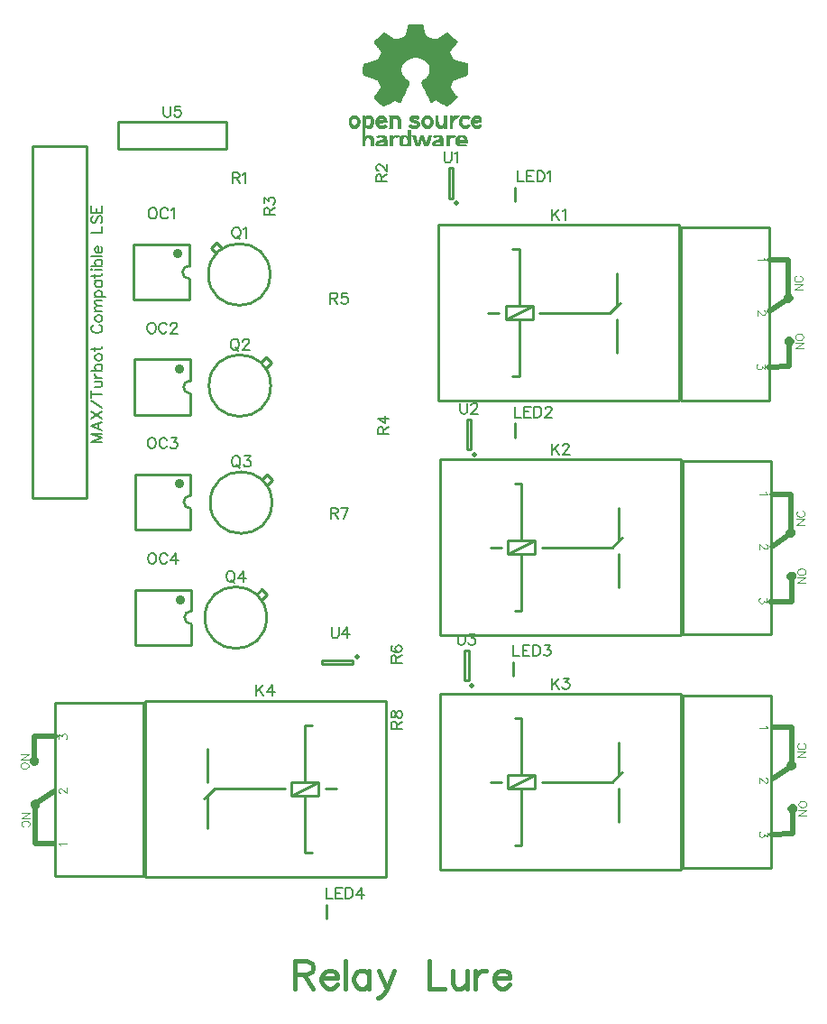
<source format=gbr>
G04 DipTrace 3.0.0.1*
G04 TopSilk.gbr*
%MOIN*%
G04 #@! TF.FileFunction,Legend,Top*
G04 #@! TF.Part,Single*
%ADD10C,0.01*%
%ADD12C,0.003*%
%ADD15C,0.02*%
%ADD29O,0.033333X0.035827*%
%ADD38C,0.018113*%
%ADD40C,0.018111*%
%ADD69C,0.006176*%
%ADD70C,0.015439*%
%ADD71C,0.004632*%
%FSLAX26Y26*%
G04*
G70*
G90*
G75*
G01*
G04 TopSilk*
%LPD*%
X3163507Y3516418D2*
D10*
X2837007D1*
Y2879016D1*
X3163507D1*
Y3516418D1*
X3170870Y2652481D2*
X2844370D1*
Y2015079D1*
X3170870D1*
Y2652481D1*
X3171775Y1788596D2*
X2845275D1*
Y1151194D1*
X3171775D1*
Y1788596D1*
X523488Y1122205D2*
X849988D1*
Y1759607D1*
X523488D1*
Y1122205D1*
X1940026Y3527100D2*
X2830026D1*
Y2877100D2*
Y3527100D1*
Y2877100D2*
X1940026D1*
Y3527100D2*
Y2877100D1*
X2215036Y3437075D2*
X2240045D1*
Y3227125D1*
X2190027D1*
Y3202100D1*
Y3177075D1*
X2290063D2*
Y3227125D1*
X2240045D1*
X2190027Y3177075D2*
X2240045D1*
Y2967125D1*
Y3177075D2*
X2290063D1*
X2240045Y2967125D2*
X2215036D1*
X2190027Y3177075D2*
X2290063Y3227125D1*
X2314983Y3202100D2*
X2575041D1*
X2600050Y3227125D1*
Y3349130D2*
Y3227125D1*
Y3177075D2*
Y3054095D1*
Y3227125D2*
X2613044Y3239085D1*
X2125057Y3202100D2*
X2165018D1*
X1948294Y2660433D2*
X2838294D1*
Y2010433D2*
Y2660433D1*
Y2010433D2*
X1948294D1*
Y2660433D2*
Y2010433D1*
X2223304Y2570408D2*
X2248313D1*
Y2360458D1*
X2198295D1*
Y2335433D1*
Y2310408D1*
X2298331D2*
Y2360458D1*
X2248313D1*
X2198295Y2310408D2*
X2248313D1*
Y2100458D1*
Y2310408D2*
X2298331D1*
X2248313Y2100458D2*
X2223304D1*
X2198295Y2310408D2*
X2298331Y2360458D1*
X2323251Y2335433D2*
X2583309D1*
X2608318Y2360458D1*
Y2482463D2*
Y2360458D1*
Y2310408D2*
Y2187428D1*
Y2360458D2*
X2621312Y2372418D1*
X2133325Y2335433D2*
X2173286D1*
X1948032Y1793504D2*
X2838032D1*
Y1143504D2*
Y1793504D1*
Y1143504D2*
X1948032D1*
Y1793504D2*
Y1143504D1*
X2223042Y1703479D2*
X2248051D1*
Y1493529D1*
X2198033D1*
Y1468504D1*
Y1443479D1*
X2298069D2*
Y1493529D1*
X2248051D1*
X2198033Y1443479D2*
X2248051D1*
Y1233529D1*
Y1443479D2*
X2298069D1*
X2248051Y1233529D2*
X2223042D1*
X2198033Y1443479D2*
X2298069Y1493529D1*
X2322989Y1468504D2*
X2583047D1*
X2608056Y1493529D1*
Y1615534D2*
Y1493529D1*
Y1443479D2*
Y1320499D1*
Y1493529D2*
X2621050Y1505489D1*
X2133063Y1468504D2*
X2173024D1*
X1747900Y1118307D2*
X857900D1*
Y1768307D2*
Y1118307D1*
Y1768307D2*
X1747900D1*
Y1118307D2*
Y1768307D1*
X1472890Y1208332D2*
X1447881D1*
Y1418282D1*
X1497899D1*
Y1443307D1*
Y1468332D1*
X1397863D2*
Y1418282D1*
X1447881D1*
X1497899Y1468332D2*
X1447881D1*
Y1678282D1*
Y1468332D2*
X1397863D1*
X1447881Y1678282D2*
X1472890D1*
X1497899Y1468332D2*
X1397863Y1418282D1*
X1372943Y1443307D2*
X1112885D1*
X1087876Y1418282D1*
Y1296277D2*
Y1418282D1*
Y1468332D2*
Y1591312D1*
Y1418282D2*
X1074882Y1406322D1*
X1562869Y1443307D2*
X1522908D1*
X2225215Y3613143D2*
Y3664285D1*
X2223509Y2741752D2*
Y2792894D1*
X2218916Y1860650D2*
Y1911792D1*
X1527840Y964324D2*
Y1015466D1*
X442257Y2516011D2*
X642257D1*
X442257Y3816011D2*
X642257D1*
Y2516011D1*
X442257Y3816011D2*
Y2516011D1*
X1019554Y3453942D2*
X814830D1*
Y3249208D1*
X1019554D1*
Y3327949D1*
Y3375201D2*
Y3453942D1*
Y3375201D2*
G03X1019554Y3327949I1J-23626D01*
G01*
X1023622Y3029663D2*
X818898D1*
Y2824930D1*
X1023622D1*
Y2903671D1*
Y2950923D2*
Y3029663D1*
Y2950923D2*
G03X1023622Y2903671I1J-23626D01*
G01*
X1024278Y2604991D2*
X819554D1*
Y2400258D1*
X1024278D1*
Y2478999D1*
Y2526251D2*
Y2604991D1*
Y2526251D2*
G03X1024278Y2478999I1J-23626D01*
G01*
X1026772Y2178351D2*
X822047D1*
Y1973618D1*
X1026772D1*
Y2052359D1*
Y2099610D2*
Y2178351D1*
Y2099610D2*
G03X1026772Y2052359I1J-23626D01*
G01*
X1120473Y3420341D2*
X1100782Y3440029D1*
X1140163D2*
X1120473Y3459718D1*
X1100782Y3440029D1*
X1091347Y3343394D2*
G02X1091347Y3343394I113949J0D01*
G01*
X1284383Y3017585D2*
X1304071Y3037276D1*
Y2997895D2*
X1323760Y3017585D1*
X1304071Y3037276D1*
X1093484Y2932761D2*
G02X1093484Y2932761I113952J0D01*
G01*
X1288910Y2585236D2*
X1308599Y2604927D1*
Y2565546D2*
X1328288Y2585236D1*
X1308599Y2604927D1*
X1098012Y2500412D2*
G02X1098012Y2500412I113952J0D01*
G01*
X1269422Y2160368D2*
X1289111Y2180058D1*
Y2140677D2*
X1308799Y2160368D1*
X1289111Y2180058D1*
X1078524Y2075544D2*
G02X1078524Y2075544I113952J0D01*
G01*
X1979918Y3624535D2*
X1994885D1*
Y3737136D1*
X1979918D1*
Y3624535D1*
D38*
X2007485Y3606825D3*
X2046847Y2696319D2*
D10*
X2061814D1*
Y2808920D1*
X2046847D1*
Y2696319D1*
D38*
X2074414Y2678610D3*
X2038317Y1842645D2*
D10*
X2053284D1*
Y1955246D1*
X2038317D1*
Y1842645D1*
D38*
X2065884Y1824935D3*
X1623891Y1903409D2*
D10*
X1511290D1*
Y1918376D1*
X1623891D1*
Y1903409D1*
D40*
X1641601Y1930976D3*
X1157874Y3807218D2*
D10*
Y3907218D1*
X757874Y3807218D2*
X1157874D1*
X757874Y3907218D2*
X1157874D1*
X757874Y3807218D2*
Y3907218D1*
X3164698Y3398688D2*
D15*
X3234777D1*
X3235171Y3270735D1*
X3226903Y3256299D2*
X3226922Y3256840D1*
X3226980Y3257377D1*
X3227077Y3257909D1*
X3227211Y3258434D1*
X3227382Y3258948D1*
X3227590Y3259449D1*
X3227832Y3259934D1*
X3228110Y3260402D1*
X3228419Y3260851D1*
X3228761Y3261276D1*
X3229131Y3261678D1*
X3229530Y3262053D1*
X3229955Y3262401D1*
X3230403Y3262718D1*
X3230873Y3263005D1*
X3231362Y3263259D1*
X3231868Y3263478D1*
X3232389Y3263663D1*
X3232922Y3263812D1*
X3233464Y3263925D1*
X3234013Y3264000D1*
X3234566Y3264037D1*
X3235120D1*
X3235673Y3264000D1*
X3236221Y3263925D1*
X3236764Y3263812D1*
X3237296Y3263663D1*
X3237817Y3263478D1*
X3238323Y3263259D1*
X3238813Y3263005D1*
X3239283Y3262718D1*
X3239731Y3262401D1*
X3240155Y3262053D1*
X3240554Y3261678D1*
X3240925Y3261276D1*
X3241266Y3260851D1*
X3241576Y3260402D1*
X3241853Y3259934D1*
X3242096Y3259449D1*
X3242304Y3258948D1*
X3242475Y3258434D1*
X3242609Y3257909D1*
X3242705Y3257377D1*
X3242763Y3256840D1*
X3242782Y3256299D1*
X3242763Y3255759D1*
X3242705Y3255222D1*
X3242609Y3254690D1*
X3242475Y3254165D1*
X3242304Y3253651D1*
X3242096Y3253150D1*
X3241853Y3252664D1*
X3241576Y3252196D1*
X3241266Y3251748D1*
X3240925Y3251322D1*
X3240554Y3250921D1*
X3240155Y3250545D1*
X3239731Y3250198D1*
X3239283Y3249880D1*
X3238813Y3249594D1*
X3238323Y3249340D1*
X3237817Y3249120D1*
X3237296Y3248936D1*
X3236764Y3248787D1*
X3236221Y3248674D1*
X3235673Y3248599D1*
X3235120Y3248561D1*
X3234566D1*
X3234013Y3248599D1*
X3233464Y3248674D1*
X3232922Y3248787D1*
X3232389Y3248936D1*
X3231868Y3249120D1*
X3231362Y3249340D1*
X3230873Y3249594D1*
X3230403Y3249880D1*
X3229955Y3250198D1*
X3229530Y3250545D1*
X3229131Y3250921D1*
X3228761Y3251322D1*
X3228419Y3251748D1*
X3228110Y3252196D1*
X3227832Y3252664D1*
X3227590Y3253150D1*
X3227382Y3253651D1*
X3227211Y3254165D1*
X3227077Y3254690D1*
X3226980Y3255222D1*
X3226922Y3255759D1*
X3226903Y3256299D1*
X3235171Y3254856D2*
X3164961Y3206693D1*
X3159974Y3002231D2*
X3237927Y3002887D1*
X3237664Y3002494D2*
X3238058Y3084383D1*
X3230184Y3095538D2*
X3230203Y3096078D1*
X3230261Y3096616D1*
X3230357Y3097148D1*
X3230492Y3097672D1*
X3230663Y3098186D1*
X3230870Y3098688D1*
X3231113Y3099173D1*
X3231390Y3099641D1*
X3231700Y3100089D1*
X3232041Y3100515D1*
X3232412Y3100917D1*
X3232811Y3101292D1*
X3233235Y3101640D1*
X3233684Y3101957D1*
X3234154Y3102244D1*
X3234643Y3102497D1*
X3235149Y3102717D1*
X3235670Y3102902D1*
X3236203Y3103051D1*
X3236745Y3103163D1*
X3237294Y3103239D1*
X3237846Y3103276D1*
X3238401D1*
X3238953Y3103239D1*
X3239502Y3103163D1*
X3240044Y3103051D1*
X3240577Y3102902D1*
X3241098Y3102717D1*
X3241604Y3102497D1*
X3242093Y3102244D1*
X3242563Y3101957D1*
X3243012Y3101640D1*
X3243436Y3101292D1*
X3243835Y3100917D1*
X3244206Y3100515D1*
X3244547Y3100089D1*
X3244857Y3099641D1*
X3245134Y3099173D1*
X3245377Y3098688D1*
X3245584Y3098186D1*
X3245756Y3097672D1*
X3245890Y3097148D1*
X3245986Y3096616D1*
X3246044Y3096078D1*
X3246063Y3095538D1*
X3246044Y3094998D1*
X3245986Y3094461D1*
X3245890Y3093928D1*
X3245756Y3093404D1*
X3245584Y3092890D1*
X3245377Y3092389D1*
X3245134Y3091903D1*
X3244857Y3091435D1*
X3244547Y3090987D1*
X3244206Y3090561D1*
X3243835Y3090160D1*
X3243436Y3089784D1*
X3243012Y3089437D1*
X3242563Y3089119D1*
X3242093Y3088833D1*
X3241604Y3088579D1*
X3241098Y3088359D1*
X3240577Y3088174D1*
X3240044Y3088025D1*
X3239502Y3087913D1*
X3238953Y3087838D1*
X3238401Y3087800D1*
X3237846D1*
X3237294Y3087838D1*
X3236745Y3087913D1*
X3236203Y3088025D1*
X3235670Y3088174D1*
X3235149Y3088359D1*
X3234643Y3088579D1*
X3234154Y3088833D1*
X3233684Y3089119D1*
X3233235Y3089437D1*
X3232811Y3089784D1*
X3232412Y3090160D1*
X3232041Y3090561D1*
X3231700Y3090987D1*
X3231390Y3091435D1*
X3231113Y3091903D1*
X3230870Y3092389D1*
X3230663Y3092890D1*
X3230492Y3093404D1*
X3230357Y3093928D1*
X3230261Y3094461D1*
X3230203Y3094998D1*
X3230184Y3095538D1*
X3173097Y2531103D2*
X3243176D1*
X3243570Y2403150D1*
X3235302Y2388714D2*
X3235321Y2389254D1*
X3235379Y2389792D1*
X3235476Y2390324D1*
X3235610Y2390848D1*
X3235781Y2391362D1*
X3235988Y2391863D1*
X3236231Y2392349D1*
X3236508Y2392817D1*
X3236818Y2393265D1*
X3237160Y2393691D1*
X3237530Y2394093D1*
X3237929Y2394468D1*
X3238354Y2394816D1*
X3238802Y2395133D1*
X3239272Y2395420D1*
X3239761Y2395673D1*
X3240267Y2395893D1*
X3240788Y2396078D1*
X3241321Y2396227D1*
X3241863Y2396339D1*
X3242412Y2396414D1*
X3242965Y2396452D1*
X3243519D1*
X3244072Y2396414D1*
X3244620Y2396339D1*
X3245162Y2396227D1*
X3245695Y2396078D1*
X3246216Y2395893D1*
X3246722Y2395673D1*
X3247211Y2395420D1*
X3247681Y2395133D1*
X3248130Y2394816D1*
X3248554Y2394468D1*
X3248953Y2394093D1*
X3249324Y2393691D1*
X3249665Y2393265D1*
X3249975Y2392817D1*
X3250252Y2392349D1*
X3250495Y2391863D1*
X3250702Y2391362D1*
X3250874Y2390848D1*
X3251008Y2390324D1*
X3251104Y2389792D1*
X3251162Y2389254D1*
X3251181Y2388714D1*
X3251162Y2388174D1*
X3251104Y2387637D1*
X3251008Y2387104D1*
X3250874Y2386580D1*
X3250702Y2386066D1*
X3250495Y2385565D1*
X3250252Y2385079D1*
X3249975Y2384611D1*
X3249665Y2384163D1*
X3249324Y2383737D1*
X3248953Y2383336D1*
X3248554Y2382960D1*
X3248130Y2382613D1*
X3247681Y2382295D1*
X3247211Y2382009D1*
X3246722Y2381755D1*
X3246216Y2381535D1*
X3245695Y2381350D1*
X3245162Y2381201D1*
X3244620Y2381089D1*
X3244072Y2381014D1*
X3243519Y2380976D1*
X3242965D1*
X3242412Y2381014D1*
X3241863Y2381089D1*
X3241321Y2381201D1*
X3240788Y2381350D1*
X3240267Y2381535D1*
X3239761Y2381755D1*
X3239272Y2382009D1*
X3238802Y2382295D1*
X3238354Y2382613D1*
X3237929Y2382960D1*
X3237530Y2383336D1*
X3237160Y2383737D1*
X3236818Y2384163D1*
X3236508Y2384611D1*
X3236231Y2385079D1*
X3235988Y2385565D1*
X3235781Y2386066D1*
X3235610Y2386580D1*
X3235476Y2387104D1*
X3235379Y2387637D1*
X3235321Y2388174D1*
X3235302Y2388714D1*
X3243570Y2387271D2*
X3173360Y2339108D1*
X3168373Y2134646D2*
X3246326Y2135302D1*
X3246063Y2134908D2*
X3246457Y2216798D1*
X3238583Y2227953D2*
X3238602Y2228493D1*
X3238660Y2229031D1*
X3238756Y2229563D1*
X3238890Y2230087D1*
X3239062Y2230601D1*
X3239269Y2231102D1*
X3239512Y2231588D1*
X3239789Y2232056D1*
X3240099Y2232504D1*
X3240440Y2232930D1*
X3240811Y2233332D1*
X3241210Y2233707D1*
X3241634Y2234054D1*
X3242083Y2234372D1*
X3242553Y2234658D1*
X3243042Y2234912D1*
X3243548Y2235132D1*
X3244069Y2235317D1*
X3244602Y2235466D1*
X3245144Y2235578D1*
X3245693Y2235653D1*
X3246245Y2235691D1*
X3246800D1*
X3247352Y2235653D1*
X3247901Y2235578D1*
X3248443Y2235466D1*
X3248976Y2235317D1*
X3249497Y2235132D1*
X3250003Y2234912D1*
X3250492Y2234658D1*
X3250962Y2234372D1*
X3251411Y2234054D1*
X3251835Y2233707D1*
X3252234Y2233332D1*
X3252605Y2232930D1*
X3252946Y2232504D1*
X3253256Y2232056D1*
X3253533Y2231588D1*
X3253776Y2231102D1*
X3253983Y2230601D1*
X3254155Y2230087D1*
X3254289Y2229563D1*
X3254385Y2229031D1*
X3254443Y2228493D1*
X3254462Y2227953D1*
X3254443Y2227413D1*
X3254385Y2226875D1*
X3254289Y2226343D1*
X3254155Y2225819D1*
X3253983Y2225305D1*
X3253776Y2224804D1*
X3253533Y2224318D1*
X3253256Y2223850D1*
X3252946Y2223402D1*
X3252605Y2222976D1*
X3252234Y2222574D1*
X3251835Y2222199D1*
X3251411Y2221852D1*
X3250962Y2221534D1*
X3250492Y2221248D1*
X3250003Y2220994D1*
X3249497Y2220774D1*
X3248976Y2220589D1*
X3248443Y2220440D1*
X3247901Y2220328D1*
X3247352Y2220253D1*
X3246800Y2220215D1*
X3246245D1*
X3245693Y2220253D1*
X3245144Y2220328D1*
X3244602Y2220440D1*
X3244069Y2220589D1*
X3243548Y2220774D1*
X3243042Y2220994D1*
X3242553Y2221248D1*
X3242083Y2221534D1*
X3241634Y2221852D1*
X3241210Y2222199D1*
X3240811Y2222574D1*
X3240440Y2222976D1*
X3240099Y2223402D1*
X3239789Y2223850D1*
X3239512Y2224318D1*
X3239269Y2224804D1*
X3239062Y2225305D1*
X3238890Y2225819D1*
X3238756Y2226343D1*
X3238660Y2226875D1*
X3238602Y2227413D1*
X3238583Y2227953D1*
X3176641Y1672179D2*
X3246719D1*
X3247113Y1544226D1*
X3238845Y1529790D2*
X3238865Y1530330D1*
X3238923Y1530868D1*
X3239019Y1531400D1*
X3239153Y1531924D1*
X3239324Y1532438D1*
X3239532Y1532940D1*
X3239775Y1533425D1*
X3240052Y1533893D1*
X3240362Y1534341D1*
X3240703Y1534767D1*
X3241074Y1535169D1*
X3241472Y1535544D1*
X3241897Y1535892D1*
X3242345Y1536209D1*
X3242815Y1536496D1*
X3243304Y1536749D1*
X3243811Y1536969D1*
X3244332Y1537154D1*
X3244864Y1537303D1*
X3245406Y1537415D1*
X3245955Y1537491D1*
X3246508Y1537528D1*
X3247062D1*
X3247615Y1537491D1*
X3248164Y1537415D1*
X3248706Y1537303D1*
X3249238Y1537154D1*
X3249759Y1536969D1*
X3250265Y1536749D1*
X3250755Y1536496D1*
X3251225Y1536209D1*
X3251673Y1535892D1*
X3252098Y1535544D1*
X3252496Y1535169D1*
X3252867Y1534767D1*
X3253208Y1534341D1*
X3253518Y1533893D1*
X3253795Y1533425D1*
X3254038Y1532940D1*
X3254246Y1532438D1*
X3254417Y1531924D1*
X3254551Y1531400D1*
X3254647Y1530868D1*
X3254705Y1530330D1*
X3254725Y1529790D1*
X3254705Y1529250D1*
X3254647Y1528713D1*
X3254551Y1528180D1*
X3254417Y1527656D1*
X3254246Y1527142D1*
X3254038Y1526641D1*
X3253795Y1526155D1*
X3253518Y1525687D1*
X3253208Y1525239D1*
X3252867Y1524813D1*
X3252496Y1524412D1*
X3252098Y1524036D1*
X3251673Y1523689D1*
X3251225Y1523371D1*
X3250755Y1523085D1*
X3250265Y1522831D1*
X3249759Y1522611D1*
X3249238Y1522426D1*
X3248706Y1522277D1*
X3248164Y1522165D1*
X3247615Y1522090D1*
X3247062Y1522052D1*
X3246508D1*
X3245955Y1522090D1*
X3245406Y1522165D1*
X3244864Y1522277D1*
X3244332Y1522426D1*
X3243811Y1522611D1*
X3243304Y1522831D1*
X3242815Y1523085D1*
X3242345Y1523371D1*
X3241897Y1523689D1*
X3241472Y1524036D1*
X3241074Y1524412D1*
X3240703Y1524813D1*
X3240362Y1525239D1*
X3240052Y1525687D1*
X3239775Y1526155D1*
X3239532Y1526641D1*
X3239324Y1527142D1*
X3239153Y1527656D1*
X3239019Y1528180D1*
X3238923Y1528713D1*
X3238865Y1529250D1*
X3238845Y1529790D1*
X3247113Y1528347D2*
X3176903Y1480184D1*
X3171916Y1275722D2*
X3249869Y1276378D1*
X3249607Y1275984D2*
X3250000Y1357874D1*
X3242126Y1369029D2*
X3242146Y1369569D1*
X3242203Y1370107D1*
X3242300Y1370639D1*
X3242434Y1371163D1*
X3242605Y1371677D1*
X3242813Y1372178D1*
X3243056Y1372664D1*
X3243333Y1373132D1*
X3243643Y1373580D1*
X3243984Y1374006D1*
X3244355Y1374408D1*
X3244753Y1374783D1*
X3245178Y1375130D1*
X3245626Y1375448D1*
X3246096Y1375735D1*
X3246585Y1375988D1*
X3247092Y1376208D1*
X3247612Y1376393D1*
X3248145Y1376542D1*
X3248687Y1376654D1*
X3249236Y1376729D1*
X3249789Y1376767D1*
X3250343D1*
X3250896Y1376729D1*
X3251445Y1376654D1*
X3251987Y1376542D1*
X3252519Y1376393D1*
X3253040Y1376208D1*
X3253546Y1375988D1*
X3254036Y1375735D1*
X3254506Y1375448D1*
X3254954Y1375130D1*
X3255378Y1374783D1*
X3255777Y1374408D1*
X3256148Y1374006D1*
X3256489Y1373580D1*
X3256799Y1373132D1*
X3257076Y1372664D1*
X3257319Y1372178D1*
X3257527Y1371677D1*
X3257698Y1371163D1*
X3257832Y1370639D1*
X3257928Y1370107D1*
X3257986Y1369569D1*
X3258005Y1369029D1*
X3257986Y1368489D1*
X3257928Y1367951D1*
X3257832Y1367419D1*
X3257698Y1366895D1*
X3257527Y1366381D1*
X3257319Y1365880D1*
X3257076Y1365394D1*
X3256799Y1364926D1*
X3256489Y1364478D1*
X3256148Y1364052D1*
X3255777Y1363650D1*
X3255378Y1363275D1*
X3254954Y1362928D1*
X3254506Y1362610D1*
X3254036Y1362324D1*
X3253546Y1362070D1*
X3253040Y1361850D1*
X3252519Y1361665D1*
X3251987Y1361516D1*
X3251445Y1361404D1*
X3250896Y1361329D1*
X3250343Y1361291D1*
X3249789D1*
X3249236Y1361329D1*
X3248687Y1361404D1*
X3248145Y1361516D1*
X3247612Y1361665D1*
X3247092Y1361850D1*
X3246585Y1362070D1*
X3246096Y1362324D1*
X3245626Y1362610D1*
X3245178Y1362928D1*
X3244753Y1363275D1*
X3244355Y1363650D1*
X3243984Y1364052D1*
X3243643Y1364478D1*
X3243333Y1364926D1*
X3243056Y1365394D1*
X3242813Y1365880D1*
X3242605Y1366381D1*
X3242434Y1366895D1*
X3242300Y1367419D1*
X3242203Y1367951D1*
X3242146Y1368489D1*
X3242126Y1369029D1*
X521427Y1242389D2*
X451348D1*
X450954Y1370341D1*
X443343Y1384777D2*
X443362Y1385317D1*
X443420Y1385855D1*
X443516Y1386387D1*
X443650Y1386911D1*
X443822Y1387425D1*
X444029Y1387926D1*
X444272Y1388412D1*
X444549Y1388880D1*
X444859Y1389328D1*
X445200Y1389754D1*
X445571Y1390156D1*
X445970Y1390531D1*
X446394Y1390879D1*
X446843Y1391196D1*
X447313Y1391483D1*
X447802Y1391736D1*
X448308Y1391956D1*
X448829Y1392141D1*
X449362Y1392290D1*
X449904Y1392402D1*
X450452Y1392477D1*
X451005Y1392515D1*
X451559D1*
X452112Y1392477D1*
X452661Y1392402D1*
X453203Y1392290D1*
X453736Y1392141D1*
X454257Y1391956D1*
X454763Y1391736D1*
X455252Y1391483D1*
X455722Y1391196D1*
X456170Y1390879D1*
X456595Y1390531D1*
X456994Y1390156D1*
X457364Y1389754D1*
X457706Y1389328D1*
X458016Y1388880D1*
X458293Y1388412D1*
X458536Y1387926D1*
X458743Y1387425D1*
X458914Y1386911D1*
X459048Y1386387D1*
X459145Y1385855D1*
X459203Y1385317D1*
X459222Y1384777D1*
X459203Y1384237D1*
X459145Y1383700D1*
X459048Y1383167D1*
X458914Y1382643D1*
X458743Y1382129D1*
X458536Y1381628D1*
X458293Y1381142D1*
X458016Y1380674D1*
X457706Y1380226D1*
X457364Y1379800D1*
X456994Y1379399D1*
X456595Y1379023D1*
X456170Y1378676D1*
X455722Y1378358D1*
X455252Y1378072D1*
X454763Y1377818D1*
X454257Y1377598D1*
X453736Y1377413D1*
X453203Y1377264D1*
X452661Y1377152D1*
X452112Y1377077D1*
X451559Y1377039D1*
X451005D1*
X450452Y1377077D1*
X449904Y1377152D1*
X449362Y1377264D1*
X448829Y1377413D1*
X448308Y1377598D1*
X447802Y1377818D1*
X447313Y1378072D1*
X446843Y1378358D1*
X446394Y1378676D1*
X445970Y1379023D1*
X445571Y1379399D1*
X445200Y1379800D1*
X444859Y1380226D1*
X444549Y1380674D1*
X444272Y1381142D1*
X444029Y1381628D1*
X443822Y1382129D1*
X443650Y1382643D1*
X443516Y1383167D1*
X443420Y1383700D1*
X443362Y1384237D1*
X443343Y1384777D1*
X450954Y1386221D2*
X521164Y1434383D1*
X526151Y1638845D2*
X448198Y1638189D1*
X448461Y1638583D2*
X448067Y1556693D1*
X440062Y1545538D2*
X440081Y1546078D1*
X440139Y1546616D1*
X440235Y1547148D1*
X440369Y1547672D1*
X440541Y1548186D1*
X440748Y1548688D1*
X440991Y1549173D1*
X441268Y1549641D1*
X441578Y1550089D1*
X441919Y1550515D1*
X442290Y1550917D1*
X442689Y1551292D1*
X443113Y1551640D1*
X443562Y1551957D1*
X444032Y1552244D1*
X444521Y1552497D1*
X445027Y1552717D1*
X445548Y1552902D1*
X446081Y1553051D1*
X446623Y1553163D1*
X447172Y1553239D1*
X447724Y1553276D1*
X448279D1*
X448831Y1553239D1*
X449380Y1553163D1*
X449922Y1553051D1*
X450455Y1552902D1*
X450976Y1552717D1*
X451482Y1552497D1*
X451971Y1552244D1*
X452441Y1551957D1*
X452890Y1551640D1*
X453314Y1551292D1*
X453713Y1550917D1*
X454084Y1550515D1*
X454425Y1550089D1*
X454735Y1549641D1*
X455012Y1549173D1*
X455255Y1548688D1*
X455462Y1548186D1*
X455634Y1547672D1*
X455768Y1547148D1*
X455864Y1546616D1*
X455922Y1546078D1*
X455941Y1545538D1*
X455922Y1544998D1*
X455864Y1544461D1*
X455768Y1543928D1*
X455634Y1543404D1*
X455462Y1542890D1*
X455255Y1542389D1*
X455012Y1541903D1*
X454735Y1541435D1*
X454425Y1540987D1*
X454084Y1540561D1*
X453713Y1540160D1*
X453314Y1539784D1*
X452890Y1539437D1*
X452441Y1539119D1*
X451971Y1538833D1*
X451482Y1538579D1*
X450976Y1538359D1*
X450455Y1538174D1*
X449922Y1538025D1*
X449380Y1537913D1*
X448831Y1537838D1*
X448279Y1537800D1*
X447724D1*
X447172Y1537838D1*
X446623Y1537913D1*
X446081Y1538025D1*
X445548Y1538174D1*
X445027Y1538359D1*
X444521Y1538579D1*
X444032Y1538833D1*
X443562Y1539119D1*
X443113Y1539437D1*
X442689Y1539784D1*
X442290Y1540160D1*
X441919Y1540561D1*
X441578Y1540987D1*
X441268Y1541435D1*
X440991Y1541903D1*
X440748Y1542389D1*
X440541Y1542890D1*
X440369Y1543404D1*
X440235Y1543928D1*
X440139Y1544461D1*
X440081Y1544998D1*
X440062Y1545538D1*
D29*
X977034Y3421063D3*
X982677Y2994816D3*
X983727Y2570407D3*
X988058Y2141667D3*
X1830399Y4266554D2*
D12*
X1881399D1*
X1829003Y4263554D2*
X1882784D1*
X1828036Y4260554D2*
X1883657D1*
X1827217Y4257554D2*
X1884199D1*
X1826305Y4254554D2*
X1884774D1*
X1825458Y4251554D2*
X1885571D1*
X1824893Y4248554D2*
X1886370D1*
X1824499Y4245554D2*
X1886916D1*
X1823986Y4242554D2*
X1887303D1*
X1823213Y4239554D2*
X1887814D1*
X1737399Y4236554D2*
X1740399D1*
X1822412D2*
X1888597D1*
X1971399D2*
X1974399D1*
X1733936Y4233554D2*
X1745362D1*
X1821752D2*
X1889516D1*
X1966436D2*
X1977399D1*
X1730192Y4230554D2*
X1750363D1*
X1820843D2*
X1890675D1*
X1961435D2*
X1980411D1*
X1726415Y4227554D2*
X1755412D1*
X1819431D2*
X1892269D1*
X1956386D2*
X1983516D1*
X1722890Y4224554D2*
X1760388D1*
X1815260D2*
X1896493D1*
X1951410D2*
X1986899D1*
X1719611Y4221554D2*
X1765372D1*
X1809421D2*
X1902359D1*
X1946426D2*
X1990617D1*
X1716472Y4218554D2*
X1770329D1*
X1802106D2*
X1909686D1*
X1941469D2*
X1994386D1*
X1713325Y4215554D2*
X1774988D1*
X1793915D2*
X1917881D1*
X1936810D2*
X1997910D1*
X1710052Y4212554D2*
X1779399D1*
X1785399D2*
X1926399D1*
X1932399D2*
X2001188D1*
X1706931Y4209554D2*
X2004315D1*
X1704263Y4206554D2*
X2007369D1*
X1703626Y4203554D2*
X2010399D1*
X1704459Y4200554D2*
X2007863D1*
X1705945Y4197554D2*
X2005607D1*
X1708083Y4194554D2*
X2003383D1*
X1710568Y4191554D2*
X2000920D1*
X1713010Y4188554D2*
X1998305D1*
X1715222Y4185554D2*
X1995814D1*
X1717414Y4182554D2*
X1993586D1*
X1719776Y4179554D2*
X1991375D1*
X1722113Y4176554D2*
X1988917D1*
X1724265Y4173554D2*
X1986327D1*
X1726435Y4170554D2*
X1984060D1*
X1728846Y4167554D2*
X1982309D1*
X1731399Y4164554D2*
X1982453D1*
X1728977Y4161554D2*
X1983212D1*
X1727117Y4158554D2*
X1984370D1*
X1725718Y4155554D2*
X1985733D1*
X1724407Y4152554D2*
X1987177D1*
X1723033Y4149554D2*
X1988660D1*
X1721602Y4146554D2*
X1849229D1*
X1862220D2*
X1990151D1*
X1720082Y4143554D2*
X1839372D1*
X1871717D2*
X1991698D1*
X1718093Y4140554D2*
X1831423D1*
X1879609D2*
X1993699D1*
X1715361Y4137554D2*
X1825191D1*
X1886084D2*
X1996436D1*
X1707071Y4134554D2*
X1820244D1*
X1891276D2*
X2004778D1*
X1695637Y4131554D2*
X1816320D1*
X1895351D2*
X2016728D1*
X1683461Y4128554D2*
X1813224D1*
X1898510D2*
X2031156D1*
X1673769Y4125554D2*
X1810753D1*
X1900920D2*
X2046399D1*
X1666654Y4122554D2*
X1808560D1*
X1902848D2*
X2046399D1*
X1664019Y4119554D2*
X1806554D1*
X1904524D2*
X2046399D1*
X1663140Y4116554D2*
X1805028D1*
X1905989D2*
X2046399D1*
X1662697Y4113554D2*
X1804033D1*
X1907124D2*
X2046399D1*
X1662510Y4110554D2*
X1803213D1*
X1907808D2*
X2046399D1*
X1662438Y4107554D2*
X1802303D1*
X1908150D2*
X2046399D1*
X1662412Y4104554D2*
X1801468D1*
X1908302D2*
X2046399D1*
X1662404Y4101554D2*
X1801022D1*
X1908363D2*
X2046399D1*
X1662401Y4098554D2*
X1801115D1*
X1908386D2*
X2046399D1*
X1662400Y4095554D2*
X1801715D1*
X1908383D2*
X2046399D1*
X1662399Y4092554D2*
X1802536D1*
X1908269D2*
X2046399D1*
X1662411Y4089554D2*
X1803432D1*
X1907782D2*
X2046399D1*
X1662563Y4086554D2*
X1804539D1*
X1906670D2*
X2046352D1*
X1662950Y4083554D2*
X1805932D1*
X1905065D2*
X2046106D1*
X1665288Y4080554D2*
X1807725D1*
X1903273D2*
X2045649D1*
X1672695Y4077554D2*
X1810010D1*
X1901254D2*
X2038459D1*
X1683212Y4074554D2*
X1812655D1*
X1898849D2*
X2028224D1*
X1694943Y4071554D2*
X1815511D1*
X1896042D2*
X2016672D1*
X1704681Y4068554D2*
X1818553D1*
X1892704D2*
X2006940D1*
X1711988Y4065554D2*
X1821900D1*
X1888777D2*
X2000448D1*
X1714877Y4062554D2*
X1825493D1*
X1884810D2*
X1995896D1*
X1717228Y4059554D2*
X1828748D1*
X1881295D2*
X1993712D1*
X1719275Y4056554D2*
X1831391D1*
X1879832D2*
X1991875D1*
X1720890Y4053554D2*
X1832256D1*
X1879127D2*
X1990243D1*
X1722166Y4050554D2*
X1831739D1*
X1879152D2*
X1988785D1*
X1723424Y4047554D2*
X1830762D1*
X1879824D2*
X1987552D1*
X1724765Y4044554D2*
X1829500D1*
X1880929D2*
X1986489D1*
X1726072Y4041554D2*
X1828093D1*
X1882256D2*
X1985441D1*
X1727030Y4038554D2*
X1826631D1*
X1883690D2*
X1984638D1*
X1727536Y4035554D2*
X1825141D1*
X1885162D2*
X1984227D1*
X1726394Y4032554D2*
X1823648D1*
X1886655D2*
X1985274D1*
X1724503Y4029554D2*
X1822159D1*
X1888150D2*
X1986802D1*
X1722142Y4026554D2*
X1820756D1*
X1889651D2*
X1988553D1*
X1719755Y4023554D2*
X1819542D1*
X1891148D2*
X1990555D1*
X1717565Y4020554D2*
X1818474D1*
X1892650D2*
X1992929D1*
X1715380Y4017554D2*
X1817311D1*
X1894148D2*
X1995512D1*
X1713021Y4014554D2*
X1815998D1*
X1895650D2*
X1997990D1*
X1710685Y4011554D2*
X1814589D1*
X1897148D2*
X2000215D1*
X1708544Y4008554D2*
X1813125D1*
X1898650D2*
X2002424D1*
X1706495Y4005554D2*
X1811642D1*
X1900148D2*
X2004890D1*
X1704656Y4002554D2*
X1810145D1*
X1901650D2*
X2007594D1*
X1703221Y3999554D2*
X1808649D1*
X1903148D2*
X2010399D1*
X1703585Y3996554D2*
X1807148D1*
X1904639D2*
X2007399D1*
X1705913Y3993554D2*
X1805650D1*
X1906042D2*
X2004399D1*
X1709050Y3990554D2*
X1804157D1*
X1907265D2*
X2001399D1*
X1712555Y3987554D2*
X1776863D1*
X1782399D2*
X1802738D1*
X1908405D2*
X1925296D1*
X1934936D2*
X1998399D1*
X1715972Y3984554D2*
X1771618D1*
X1788399D2*
X1801488D1*
X1909787D2*
X1920191D1*
X1940180D2*
X1995387D1*
X1719210Y3981554D2*
X1766500D1*
X1794399D2*
X1800399D1*
X1911399D2*
X1914399D1*
X1945298D2*
X1992282D1*
X1722322Y3978554D2*
X1761408D1*
X1950378D2*
X1988900D1*
X1725370Y3975554D2*
X1756406D1*
X1955266D2*
X1985181D1*
X1728389Y3972554D2*
X1751310D1*
X1959898D2*
X1981404D1*
X1731396Y3969554D2*
X1745933D1*
X1964250D2*
X1977835D1*
X1734399Y3966554D2*
X1740399D1*
X1968399D2*
X1974399D1*
X1620399Y3930554D2*
X1638399D1*
X1659399D2*
X1668399D1*
X1674399D2*
X1692399D1*
X1719399D2*
X1737399D1*
X1758399D2*
X1791399D1*
X1839399D2*
X1863399D1*
X1890399D2*
X1908399D1*
X1929399D2*
X1938399D1*
X1962399D2*
X1971399D1*
X1983399D2*
X1992399D1*
X1998399D2*
X2016399D1*
X2028399D2*
X2049399D1*
X2073399D2*
X2091399D1*
X1616604Y3927554D2*
X1642309D1*
X1659399D2*
X1694924D1*
X1716513D2*
X1741658D1*
X1759784D2*
X1794273D1*
X1836989D2*
X1866124D1*
X1886490D2*
X1912309D1*
X1929399D2*
X1938399D1*
X1962399D2*
X1971399D1*
X1983399D2*
X2014776D1*
X2025411D2*
X2053993D1*
X2069490D2*
X2094169D1*
X1613550Y3924554D2*
X1645309D1*
X1659399D2*
X1697063D1*
X1713910D2*
X1745018D1*
X1760646D2*
X1796771D1*
X1835234D2*
X1868227D1*
X1883489D2*
X1915309D1*
X1929399D2*
X1938399D1*
X1962399D2*
X1971399D1*
X1983399D2*
X2010774D1*
X2022528D2*
X2058399D1*
X2066489D2*
X2096220D1*
X1612438Y3921554D2*
X1647469D1*
X1659399D2*
X1698787D1*
X1711746D2*
X1747615D1*
X1761082D2*
X1798553D1*
X1834230D2*
X1849502D1*
X1854399D2*
X1866062D1*
X1881329D2*
X1917469D1*
X1929399D2*
X1938399D1*
X1962399D2*
X1971399D1*
X1983399D2*
X2005367D1*
X2020028D2*
X2055399D1*
X2064329D2*
X2096846D1*
X1611839Y3918554D2*
X1620989D1*
X1638863D2*
X1648919D1*
X1659399D2*
X1670936D1*
X1689522D2*
X1700043D1*
X1710015D2*
X1719399D1*
X1737399D2*
X1748536D1*
X1761275D2*
X1770399D1*
X1788863D2*
X1799566D1*
X1833766D2*
X1845608D1*
X1863399D2*
D3*
X1879879D2*
X1889936D1*
X1908863D2*
X1918919D1*
X1929399D2*
X1938399D1*
X1962399D2*
X1971399D1*
X1983399D2*
X1999962D1*
X2018246D2*
X2027936D1*
X2049399D2*
X2052399D1*
X2062879D2*
X2073399D1*
X2091399D2*
X2097171D1*
X1611571Y3915554D2*
X1619234D1*
X1639607D2*
X1649731D1*
X1659399D2*
X1670203D1*
X1689988D2*
X1700777D1*
X1708756D2*
X1719399D1*
X1740399D2*
X1749033D1*
X1761353D2*
X1770399D1*
X1789607D2*
X1800055D1*
X1833801D2*
X1842399D1*
X1879067D2*
X1889192D1*
X1909607D2*
X1919731D1*
X1929399D2*
X1938411D1*
X1962399D2*
X1971399D1*
X1983399D2*
X1995527D1*
X2017233D2*
X2027192D1*
X2062067D2*
X2070399D1*
X2091399D2*
X2097312D1*
X1611462Y3912554D2*
X1618241D1*
X1640372D2*
X1650123D1*
X1659399D2*
X1669532D1*
X1691014D2*
X1701139D1*
X1708021D2*
X1749256D1*
X1761383D2*
X1770399D1*
X1790383D2*
X1800266D1*
X1834293D2*
X1854258D1*
X1878675D2*
X1888427D1*
X1910372D2*
X1920123D1*
X1929399D2*
X1938516D1*
X1962387D2*
X1971399D1*
X1983399D2*
X1993904D1*
X2016743D2*
X2026427D1*
X2061675D2*
X2097368D1*
X1611421Y3909554D2*
X1617871D1*
X1640780D2*
X1650281D1*
X1659399D2*
X1669389D1*
X1692399D2*
X1701286D1*
X1707671D2*
X1749349D1*
X1761394D2*
X1770399D1*
X1790909D2*
X1800351D1*
X1837040D2*
X1862460D1*
X1878506D2*
X1888019D1*
X1910792D2*
X1920292D1*
X1929399D2*
X1938910D1*
X1962270D2*
X1971399D1*
X1983399D2*
X1993035D1*
X2016544D2*
X2026019D1*
X2061506D2*
X2097389D1*
X1611407Y3906554D2*
X1617889D1*
X1640838D2*
X1650243D1*
X1659399D2*
X1669829D1*
X1690891D2*
X1701245D1*
X1707618D2*
X1749399D1*
X1761397D2*
X1770399D1*
X1791188D2*
X1800382D1*
X1843843D2*
X1868199D1*
X1878450D2*
X1887961D1*
X1910686D2*
X1920348D1*
X1929411D2*
X1939744D1*
X1961771D2*
X1971399D1*
X1983399D2*
X1992646D1*
X2016565D2*
X2025961D1*
X2061450D2*
X2097399D1*
X1611413Y3903554D2*
X1619215D1*
X1639550D2*
X1649886D1*
X1659399D2*
X1670478D1*
X1689561D2*
X1700886D1*
X1707948D2*
X1716399D1*
X1761399D2*
X1770399D1*
X1791315D2*
X1800393D1*
X1852961D2*
X1870617D1*
X1878530D2*
X1889249D1*
X1910070D2*
X1920268D1*
X1929516D2*
X1940984D1*
X1960564D2*
X1971399D1*
X1983399D2*
X1992490D1*
X2016927D2*
X2027249D1*
X2061530D2*
X2070399D1*
X1611517Y3900554D2*
X1621152D1*
X1637633D2*
X1649153D1*
X1659399D2*
X1670993D1*
X1688076D2*
X1700165D1*
X1708759D2*
X1719399D1*
X1761399D2*
X1770399D1*
X1791368D2*
X1800397D1*
X1836399D2*
D3*
X1863399D2*
X1871424D1*
X1878927D2*
X1891165D1*
X1909231D2*
X1919883D1*
X1929910D2*
X1942578D1*
X1958646D2*
X1971399D1*
X1983399D2*
X1992431D1*
X2017752D2*
X2029165D1*
X2061915D2*
X2071993D1*
X1611934Y3897554D2*
X1623399D1*
X1635399D2*
X1648153D1*
X1659399D2*
X1671399D1*
X1686399D2*
X1699270D1*
X1710031D2*
X1722399D1*
X1740399D2*
X1743399D1*
X1761387D2*
X1770399D1*
X1791388D2*
X1800399D1*
X1834138D2*
X1839399D1*
X1860399D2*
X1871744D1*
X1879877D2*
X1893399D1*
X1908399D2*
X1919039D1*
X1930758D2*
X1944399D1*
X1956399D2*
X1971399D1*
X1983399D2*
X1992410D1*
X2019028D2*
X2031399D1*
X2046399D2*
X2052399D1*
X2062771D2*
X2073399D1*
X2091399D2*
X2097399D1*
X1612694Y3894554D2*
X1646976D1*
X1659399D2*
X1698135D1*
X1711883D2*
X1746399D1*
X1761273D2*
X1770399D1*
X1791395D2*
X1800399D1*
X1832465D2*
X1870704D1*
X1881284D2*
X1917658D1*
X1932140D2*
X1971399D1*
X1983399D2*
X1992403D1*
X2020882D2*
X2058399D1*
X2064267D2*
X2097153D1*
X1615088Y3891554D2*
X1644025D1*
X1659399D2*
X1696590D1*
X1714609D2*
X1749399D1*
X1760810D2*
X1770399D1*
X1791398D2*
X1800399D1*
X1832403D2*
X1868033D1*
X1884493D2*
X1915462D1*
X1934337D2*
X1971399D1*
X1983399D2*
X1992400D1*
X2023609D2*
X2054848D1*
X2066361D2*
X2096602D1*
X1618790Y3888554D2*
X1639992D1*
X1659399D2*
X1693210D1*
X1718254D2*
X1743587D1*
X1759784D2*
X1770399D1*
X1791399D2*
X1800399D1*
X1837118D2*
X1864476D1*
X1888691D2*
X1912224D1*
X1937575D2*
X1971399D1*
X1983399D2*
X1992400D1*
X2027254D2*
X2050795D1*
X2071048D2*
X2094264D1*
X1623399Y3885554D2*
X1635399D1*
X1659399D2*
X1668399D1*
X1677399D2*
X1689399D1*
X1722399D2*
X1737399D1*
X1758399D2*
X1770399D1*
X1791399D2*
X1800399D1*
X1842399D2*
X1860399D1*
X1893399D2*
X1908399D1*
X1941399D2*
X1953399D1*
X1962399D2*
X1971399D1*
X1983399D2*
X1992399D1*
X2031399D2*
X2046399D1*
X2076399D2*
X2091399D1*
X1659399Y3882554D2*
X1668399D1*
X1659399Y3879554D2*
X1668399D1*
X1659399Y3876554D2*
X1668399D1*
X1827399D2*
X1836399D1*
X1659399Y3873554D2*
X1668399D1*
X1827399D2*
X1836399D1*
X1659399Y3870554D2*
X1668399D1*
X1827399D2*
X1836399D1*
X1659399Y3867554D2*
X1668399D1*
X1827399D2*
X1836399D1*
X1659399Y3864554D2*
X1668399D1*
X1827399D2*
X1836399D1*
X1659399Y3861554D2*
X1668399D1*
X1827399D2*
X1836399D1*
X1659399Y3858554D2*
X1668399D1*
X1674399D2*
X1692399D1*
X1716399D2*
X1740399D1*
X1761399D2*
X1770399D1*
X1776399D2*
X1794399D1*
X1803399D2*
X1821399D1*
X1827399D2*
X1836399D1*
X1842399D2*
X1854399D1*
X1875399D2*
X1884399D1*
X1905399D2*
X1914399D1*
X1923399D2*
X1950399D1*
X1971399D2*
X2001399D1*
X2016399D2*
X2037399D1*
X1659399Y3855554D2*
X1694924D1*
X1713399D2*
X1744194D1*
X1761399D2*
X1792795D1*
X1800989D2*
X1836399D1*
X1843539D2*
X1855425D1*
X1873900D2*
X1884875D1*
X1904003D2*
X1913936D1*
X1922218D2*
X1952810D1*
X1971399D2*
X2004399D1*
X2012490D2*
X2039924D1*
X1659399Y3852554D2*
X1697063D1*
X1710399D2*
X1747248D1*
X1761399D2*
X1790722D1*
X1799234D2*
X1836399D1*
X1844816D2*
X1856329D1*
X1872654D2*
X1885724D1*
X1903036D2*
X1913180D1*
X1922596D2*
X1954564D1*
X1971399D2*
X2001399D1*
X2009489D2*
X2042063D1*
X1659399Y3849554D2*
X1678464D1*
X1682334D2*
X1698787D1*
X1716399D2*
X1722399D1*
X1733296D2*
X1748361D1*
X1761399D2*
X1776525D1*
X1785399D2*
X1788399D1*
X1798230D2*
X1812525D1*
X1821273D2*
X1836399D1*
X1846116D2*
X1857004D1*
X1871487D2*
X1886883D1*
X1902205D2*
X1912298D1*
X1923399D2*
X1929399D1*
X1943848D2*
X1955569D1*
X1971399D2*
X1987578D1*
X1992399D2*
X1998399D1*
X2007329D2*
X2019951D1*
X2031399D2*
X2043787D1*
X1659399Y3846554D2*
X1674571D1*
X1686228D2*
X1700043D1*
X1737191D2*
X1748959D1*
X1761399D2*
X1774027D1*
X1797742D2*
X1810027D1*
X1823771D2*
X1836399D1*
X1847285D2*
X1857680D1*
X1870419D2*
X1888127D1*
X1901179D2*
X1911390D1*
X1945795D2*
X1956056D1*
X1971399D2*
X1983522D1*
X2005879D2*
X2018003D1*
X2034399D2*
X2045043D1*
X1659399Y3843554D2*
X1671842D1*
X1688956D2*
X1700777D1*
X1740399D2*
X1749228D1*
X1761399D2*
X1772245D1*
X1797532D2*
X1808245D1*
X1825553D2*
X1836399D1*
X1848334D2*
X1858531D1*
X1869433D2*
X1889183D1*
X1899860D2*
X1910381D1*
X1947399D2*
X1956267D1*
X1971399D2*
X1981923D1*
X2005067D2*
X2016399D1*
X2037399D2*
X2045777D1*
X1659399Y3840554D2*
X1669797D1*
X1691001D2*
X1701139D1*
X1727155D2*
X1749336D1*
X1761399D2*
X1771233D1*
X1797448D2*
X1807233D1*
X1826554D2*
X1836399D1*
X1849491D2*
X1859362D1*
X1868381D2*
X1889885D1*
X1898235D2*
X1909379D1*
X1935191D2*
X1956351D1*
X1971399D2*
X1981051D1*
X2004675D2*
X2046139D1*
X1659399Y3837554D2*
X1669078D1*
X1691720D2*
X1701298D1*
X1718092D2*
X1749377D1*
X1761399D2*
X1770743D1*
X1797416D2*
X1806755D1*
X1826938D2*
X1836399D1*
X1850790D2*
X1859952D1*
X1867344D2*
X1875285D1*
X1880821D2*
X1890399D1*
X1896399D2*
X1908409D1*
X1926630D2*
X1956382D1*
X1971399D2*
X1980655D1*
X2004518D2*
X2046298D1*
X1659399Y3834554D2*
X1668689D1*
X1692110D2*
X1701362D1*
X1711820D2*
X1749392D1*
X1761399D2*
X1770532D1*
X1797405D2*
X1806658D1*
X1826765D2*
X1836399D1*
X1852104D2*
X1860399D1*
X1866399D2*
X1874900D1*
X1882681D2*
X1907287D1*
X1920691D2*
X1956393D1*
X1971399D2*
X1980494D1*
X2004555D2*
X2046364D1*
X1659399Y3831554D2*
X1668513D1*
X1692286D2*
X1701386D1*
X1709305D2*
X1722399D1*
X1739848D2*
X1749397D1*
X1761399D2*
X1770448D1*
X1797413D2*
X1807037D1*
X1826105D2*
X1836399D1*
X1853280D2*
X1874170D1*
X1884068D2*
X1906000D1*
X1918643D2*
X1929951D1*
X1947399D2*
X1956397D1*
X1971399D2*
X1980433D1*
X2004924D2*
X2016399D1*
X1659399Y3828554D2*
X1668441D1*
X1692357D2*
X1701395D1*
X1708473D2*
X1716399D1*
X1738795D2*
X1749398D1*
X1761399D2*
X1770416D1*
X1797526D2*
X1808031D1*
X1825245D2*
X1836399D1*
X1854323D2*
X1873286D1*
X1885275D2*
X1904703D1*
X1918090D2*
X1928003D1*
X1947399D2*
X1956399D1*
X1971399D2*
X1980411D1*
X2005748D2*
X2017805D1*
X1659399Y3825554D2*
X1668414D1*
X1692384D2*
X1701398D1*
X1708935D2*
X1719399D1*
X1737399D2*
X1749399D1*
X1761399D2*
X1770405D1*
X1797989D2*
X1809399D1*
X1824399D2*
X1836399D1*
X1855401D2*
X1872297D1*
X1886262D2*
X1903626D1*
X1917945D2*
X1926399D1*
X1947399D2*
X1956399D1*
X1971399D2*
X1980403D1*
X2006986D2*
X2019399D1*
X2034399D2*
X2040399D1*
X1659399Y3822554D2*
X1668404D1*
X1692394D2*
X1701399D1*
X1709652D2*
X1749399D1*
X1761399D2*
X1770401D1*
X1799014D2*
X1836399D1*
X1856448D2*
X1870977D1*
X1886917D2*
X1902917D1*
X1919027D2*
X1956399D1*
X1971399D2*
X1980400D1*
X2008579D2*
X2041993D1*
X1659399Y3819554D2*
X1668399D1*
X1692399D2*
X1701399D1*
X1710399D2*
X1749399D1*
X1761399D2*
X1770399D1*
X1800399D2*
X1836399D1*
X1857399D2*
X1869399D1*
X1887399D2*
X1902399D1*
X1920399D2*
X1956399D1*
X1971399D2*
X1980399D1*
X2010399D2*
X2043399D1*
X1830399Y4266554D2*
X1829003Y4263554D1*
X1828036Y4260554D1*
X1827217Y4257554D1*
X1826305Y4254554D1*
X1825458Y4251554D1*
X1824893Y4248554D1*
X1824499Y4245554D1*
X1823986Y4242554D1*
X1823213Y4239554D1*
X1822412Y4236554D1*
X1821752Y4233554D1*
X1820843Y4230554D1*
X1819431Y4227554D1*
X1815260Y4224554D1*
X1809421Y4221554D1*
X1802106Y4218554D1*
X1793915Y4215554D1*
X1785399Y4212554D1*
X1881399Y4266554D2*
X1882784Y4263554D1*
X1883657Y4260554D1*
X1884199Y4257554D1*
X1884774Y4254554D1*
X1885571Y4251554D1*
X1886370Y4248554D1*
X1886916Y4245554D1*
X1887303Y4242554D1*
X1887814Y4239554D1*
X1888597Y4236554D1*
X1889516Y4233554D1*
X1890675Y4230554D1*
X1892269Y4227554D1*
X1896493Y4224554D1*
X1902359Y4221554D1*
X1909686Y4218554D1*
X1917881Y4215554D1*
X1926399Y4212554D1*
X1737399Y4236554D2*
X1733936Y4233554D1*
X1730192Y4230554D1*
X1726415Y4227554D1*
X1722890Y4224554D1*
X1719611Y4221554D1*
X1716472Y4218554D1*
X1713325Y4215554D1*
X1710052Y4212554D1*
X1706931Y4209554D1*
X1704263Y4206554D1*
X1703626Y4203554D1*
X1704459Y4200554D1*
X1705945Y4197554D1*
X1708083Y4194554D1*
X1710568Y4191554D1*
X1713010Y4188554D1*
X1715222Y4185554D1*
X1717414Y4182554D1*
X1719776Y4179554D1*
X1722113Y4176554D1*
X1724265Y4173554D1*
X1726435Y4170554D1*
X1728846Y4167554D1*
X1731399Y4164554D1*
X1728977Y4161554D1*
X1727117Y4158554D1*
X1725718Y4155554D1*
X1724407Y4152554D1*
X1723033Y4149554D1*
X1721602Y4146554D1*
X1720082Y4143554D1*
X1718093Y4140554D1*
X1715361Y4137554D1*
X1707071Y4134554D1*
X1695637Y4131554D1*
X1683461Y4128554D1*
X1673769Y4125554D1*
X1666654Y4122554D1*
X1664019Y4119554D1*
X1663140Y4116554D1*
X1662697Y4113554D1*
X1662510Y4110554D1*
X1662438Y4107554D1*
X1662412Y4104554D1*
X1662404Y4101554D1*
X1662401Y4098554D1*
X1662400Y4095554D1*
X1662399Y4092554D1*
X1662411Y4089554D1*
X1662563Y4086554D1*
X1662950Y4083554D1*
X1665288Y4080554D1*
X1672695Y4077554D1*
X1683212Y4074554D1*
X1694943Y4071554D1*
X1704681Y4068554D1*
X1711988Y4065554D1*
X1714877Y4062554D1*
X1717228Y4059554D1*
X1719275Y4056554D1*
X1720890Y4053554D1*
X1722166Y4050554D1*
X1723424Y4047554D1*
X1724765Y4044554D1*
X1726072Y4041554D1*
X1727030Y4038554D1*
X1727536Y4035554D1*
X1726394Y4032554D1*
X1724503Y4029554D1*
X1722142Y4026554D1*
X1719755Y4023554D1*
X1717565Y4020554D1*
X1715380Y4017554D1*
X1713021Y4014554D1*
X1710685Y4011554D1*
X1708544Y4008554D1*
X1706495Y4005554D1*
X1704656Y4002554D1*
X1703221Y3999554D1*
X1703585Y3996554D1*
X1705913Y3993554D1*
X1709050Y3990554D1*
X1712555Y3987554D1*
X1715972Y3984554D1*
X1719210Y3981554D1*
X1722322Y3978554D1*
X1725370Y3975554D1*
X1728389Y3972554D1*
X1731396Y3969554D1*
X1734399Y3966554D1*
X1740399Y4236554D2*
X1745362Y4233554D1*
X1750363Y4230554D1*
X1755412Y4227554D1*
X1760388Y4224554D1*
X1765372Y4221554D1*
X1770329Y4218554D1*
X1774988Y4215554D1*
X1779399Y4212554D1*
X1971399Y4236554D2*
X1966436Y4233554D1*
X1961435Y4230554D1*
X1956386Y4227554D1*
X1951410Y4224554D1*
X1946426Y4221554D1*
X1941469Y4218554D1*
X1936810Y4215554D1*
X1932399Y4212554D1*
X1974399Y4236554D2*
X1977399Y4233554D1*
X1980411Y4230554D1*
X1983516Y4227554D1*
X1986899Y4224554D1*
X1990617Y4221554D1*
X1994386Y4218554D1*
X1997910Y4215554D1*
X2001188Y4212554D1*
X2004315Y4209554D1*
X2007369Y4206554D1*
X2010399Y4203554D1*
X2007863Y4200554D1*
X2005607Y4197554D1*
X2003383Y4194554D1*
X2000920Y4191554D1*
X1998305Y4188554D1*
X1995814Y4185554D1*
X1993586Y4182554D1*
X1991375Y4179554D1*
X1988917Y4176554D1*
X1986327Y4173554D1*
X1984060Y4170554D1*
X1982309Y4167554D1*
X1982453Y4164554D1*
X1983212Y4161554D1*
X1984370Y4158554D1*
X1985733Y4155554D1*
X1987177Y4152554D1*
X1988660Y4149554D1*
X1990151Y4146554D1*
X1991698Y4143554D1*
X1993699Y4140554D1*
X1996436Y4137554D1*
X2004778Y4134554D1*
X2016728Y4131554D1*
X2031156Y4128554D1*
X2046399Y4125554D1*
Y4122554D1*
Y4119554D1*
Y4116554D1*
Y4113554D1*
Y4110554D1*
Y4107554D1*
Y4104554D1*
Y4101554D1*
Y4098554D1*
Y4095554D1*
Y4092554D1*
Y4089554D1*
X2046352Y4086554D1*
X2046106Y4083554D1*
X2045649Y4080554D1*
X2038459Y4077554D1*
X2028224Y4074554D1*
X2016672Y4071554D1*
X2006940Y4068554D1*
X2000448Y4065554D1*
X1995896Y4062554D1*
X1993712Y4059554D1*
X1991875Y4056554D1*
X1990243Y4053554D1*
X1988785Y4050554D1*
X1987552Y4047554D1*
X1986489Y4044554D1*
X1985441Y4041554D1*
X1984638Y4038554D1*
X1984227Y4035554D1*
X1985274Y4032554D1*
X1986802Y4029554D1*
X1988553Y4026554D1*
X1990555Y4023554D1*
X1992929Y4020554D1*
X1995512Y4017554D1*
X1997990Y4014554D1*
X2000215Y4011554D1*
X2002424Y4008554D1*
X2004890Y4005554D1*
X2007594Y4002554D1*
X2010399Y3999554D1*
X2007399Y3996554D1*
X2004399Y3993554D1*
X2001399Y3990554D1*
X1998399Y3987554D1*
X1995387Y3984554D1*
X1992282Y3981554D1*
X1988900Y3978554D1*
X1985181Y3975554D1*
X1981404Y3972554D1*
X1977835Y3969554D1*
X1974399Y3966554D1*
X1860399Y4149554D2*
X1849229Y4146554D1*
X1839372Y4143554D1*
X1831423Y4140554D1*
X1825191Y4137554D1*
X1820244Y4134554D1*
X1816320Y4131554D1*
X1813224Y4128554D1*
X1810753Y4125554D1*
X1808560Y4122554D1*
X1806554Y4119554D1*
X1805028Y4116554D1*
X1804033Y4113554D1*
X1803213Y4110554D1*
X1802303Y4107554D1*
X1801468Y4104554D1*
X1801022Y4101554D1*
X1801115Y4098554D1*
X1801715Y4095554D1*
X1802536Y4092554D1*
X1803432Y4089554D1*
X1804539Y4086554D1*
X1805932Y4083554D1*
X1807725Y4080554D1*
X1810010Y4077554D1*
X1812655Y4074554D1*
X1815511Y4071554D1*
X1818553Y4068554D1*
X1821900Y4065554D1*
X1825493Y4062554D1*
X1828748Y4059554D1*
X1831391Y4056554D1*
X1832256Y4053554D1*
X1831739Y4050554D1*
X1830762Y4047554D1*
X1829500Y4044554D1*
X1828093Y4041554D1*
X1826631Y4038554D1*
X1825141Y4035554D1*
X1823648Y4032554D1*
X1822159Y4029554D1*
X1820756Y4026554D1*
X1819542Y4023554D1*
X1818474Y4020554D1*
X1817311Y4017554D1*
X1815998Y4014554D1*
X1814589Y4011554D1*
X1813125Y4008554D1*
X1811642Y4005554D1*
X1810145Y4002554D1*
X1808649Y3999554D1*
X1807148Y3996554D1*
X1805650Y3993554D1*
X1804157Y3990554D1*
X1802738Y3987554D1*
X1801488Y3984554D1*
X1800399Y3981554D1*
X1851399Y4149554D2*
X1862220Y4146554D1*
X1871717Y4143554D1*
X1879609Y4140554D1*
X1886084Y4137554D1*
X1891276Y4134554D1*
X1895351Y4131554D1*
X1898510Y4128554D1*
X1900920Y4125554D1*
X1902848Y4122554D1*
X1904524Y4119554D1*
X1905989Y4116554D1*
X1907124Y4113554D1*
X1907808Y4110554D1*
X1908150Y4107554D1*
X1908302Y4104554D1*
X1908363Y4101554D1*
X1908386Y4098554D1*
X1908383Y4095554D1*
X1908269Y4092554D1*
X1907782Y4089554D1*
X1906670Y4086554D1*
X1905065Y4083554D1*
X1903273Y4080554D1*
X1901254Y4077554D1*
X1898849Y4074554D1*
X1896042Y4071554D1*
X1892704Y4068554D1*
X1888777Y4065554D1*
X1884810Y4062554D1*
X1881295Y4059554D1*
X1879832Y4056554D1*
X1879127Y4053554D1*
X1879152Y4050554D1*
X1879824Y4047554D1*
X1880929Y4044554D1*
X1882256Y4041554D1*
X1883690Y4038554D1*
X1885162Y4035554D1*
X1886655Y4032554D1*
X1888150Y4029554D1*
X1889651Y4026554D1*
X1891148Y4023554D1*
X1892650Y4020554D1*
X1894148Y4017554D1*
X1895650Y4014554D1*
X1897148Y4011554D1*
X1898650Y4008554D1*
X1900148Y4005554D1*
X1901650Y4002554D1*
X1903148Y3999554D1*
X1904639Y3996554D1*
X1906042Y3993554D1*
X1907265Y3990554D1*
X1908405Y3987554D1*
X1909787Y3984554D1*
X1911399Y3981554D1*
X1782399Y3990554D2*
X1776863Y3987554D1*
X1771618Y3984554D1*
X1766500Y3981554D1*
X1761408Y3978554D1*
X1756406Y3975554D1*
X1751310Y3972554D1*
X1745933Y3969554D1*
X1740399Y3966554D1*
X1776399Y3990554D2*
X1782399Y3987554D1*
X1788399Y3984554D1*
X1794399Y3981554D1*
X1929399Y3990554D2*
X1925296Y3987554D1*
X1920191Y3984554D1*
X1914399Y3981554D1*
X1929399Y3990554D2*
X1934936Y3987554D1*
X1940180Y3984554D1*
X1945298Y3981554D1*
X1950378Y3978554D1*
X1955266Y3975554D1*
X1959898Y3972554D1*
X1964250Y3969554D1*
X1968399Y3966554D1*
X1620399Y3930554D2*
X1616604Y3927554D1*
X1613550Y3924554D1*
X1612438Y3921554D1*
X1611839Y3918554D1*
X1611571Y3915554D1*
X1611462Y3912554D1*
X1611421Y3909554D1*
X1611407Y3906554D1*
X1611413Y3903554D1*
X1611517Y3900554D1*
X1611934Y3897554D1*
X1612694Y3894554D1*
X1615088Y3891554D1*
X1618790Y3888554D1*
X1623399Y3885554D1*
X1638399Y3930554D2*
X1642309Y3927554D1*
X1645309Y3924554D1*
X1647469Y3921554D1*
X1648919Y3918554D1*
X1649731Y3915554D1*
X1650123Y3912554D1*
X1650281Y3909554D1*
X1650243Y3906554D1*
X1649886Y3903554D1*
X1649153Y3900554D1*
X1648153Y3897554D1*
X1646976Y3894554D1*
X1644025Y3891554D1*
X1639992Y3888554D1*
X1635399Y3885554D1*
X1659399Y3930554D2*
Y3927554D1*
Y3924554D1*
Y3921554D1*
Y3918554D1*
Y3915554D1*
Y3912554D1*
Y3909554D1*
Y3906554D1*
Y3903554D1*
Y3900554D1*
Y3897554D1*
Y3894554D1*
Y3891554D1*
Y3888554D1*
Y3885554D1*
Y3882554D1*
Y3879554D1*
Y3876554D1*
Y3873554D1*
Y3870554D1*
Y3867554D1*
Y3864554D1*
Y3861554D1*
Y3858554D1*
Y3855554D1*
Y3852554D1*
Y3849554D1*
Y3846554D1*
Y3843554D1*
Y3840554D1*
Y3837554D1*
Y3834554D1*
Y3831554D1*
Y3828554D1*
Y3825554D1*
Y3822554D1*
Y3819554D1*
X1668399Y3930554D2*
X1674399D2*
X1692399D2*
X1694924Y3927554D1*
X1697063Y3924554D1*
X1698787Y3921554D1*
X1700043Y3918554D1*
X1700777Y3915554D1*
X1701139Y3912554D1*
X1701286Y3909554D1*
X1701245Y3906554D1*
X1700886Y3903554D1*
X1700165Y3900554D1*
X1699270Y3897554D1*
X1698135Y3894554D1*
X1696590Y3891554D1*
X1693210Y3888554D1*
X1689399Y3885554D1*
X1719399Y3930554D2*
X1716513Y3927554D1*
X1713910Y3924554D1*
X1711746Y3921554D1*
X1710015Y3918554D1*
X1708756Y3915554D1*
X1708021Y3912554D1*
X1707671Y3909554D1*
X1707618Y3906554D1*
X1707948Y3903554D1*
X1708759Y3900554D1*
X1710031Y3897554D1*
X1711883Y3894554D1*
X1714609Y3891554D1*
X1718254Y3888554D1*
X1722399Y3885554D1*
X1737399Y3930554D2*
X1741658Y3927554D1*
X1745018Y3924554D1*
X1747615Y3921554D1*
X1748536Y3918554D1*
X1749033Y3915554D1*
X1749256Y3912554D1*
X1749349Y3909554D1*
X1749399Y3906554D1*
X1716399Y3903554D1*
X1719399Y3900554D1*
X1722399Y3897554D1*
X1758399Y3930554D2*
X1759784Y3927554D1*
X1760646Y3924554D1*
X1761082Y3921554D1*
X1761275Y3918554D1*
X1761353Y3915554D1*
X1761383Y3912554D1*
X1761394Y3909554D1*
X1761397Y3906554D1*
X1761399Y3903554D1*
Y3900554D1*
X1761387Y3897554D1*
X1761273Y3894554D1*
X1760810Y3891554D1*
X1759784Y3888554D1*
X1758399Y3885554D1*
X1791399Y3930554D2*
X1794273Y3927554D1*
X1796771Y3924554D1*
X1798553Y3921554D1*
X1799566Y3918554D1*
X1800055Y3915554D1*
X1800266Y3912554D1*
X1800351Y3909554D1*
X1800382Y3906554D1*
X1800393Y3903554D1*
X1800397Y3900554D1*
X1800399Y3897554D1*
Y3894554D1*
Y3891554D1*
Y3888554D1*
Y3885554D1*
X1839399Y3930554D2*
X1836989Y3927554D1*
X1835234Y3924554D1*
X1834230Y3921554D1*
X1833766Y3918554D1*
X1833801Y3915554D1*
X1834293Y3912554D1*
X1837040Y3909554D1*
X1843843Y3906554D1*
X1852961Y3903554D1*
X1863399Y3900554D1*
X1860399Y3897554D1*
X1863399Y3930554D2*
X1866124Y3927554D1*
X1868227Y3924554D1*
X1866062Y3921554D1*
X1863399Y3918554D1*
X1890399Y3930554D2*
X1886490Y3927554D1*
X1883489Y3924554D1*
X1881329Y3921554D1*
X1879879Y3918554D1*
X1879067Y3915554D1*
X1878675Y3912554D1*
X1878506Y3909554D1*
X1878450Y3906554D1*
X1878530Y3903554D1*
X1878927Y3900554D1*
X1879877Y3897554D1*
X1881284Y3894554D1*
X1884493Y3891554D1*
X1888691Y3888554D1*
X1893399Y3885554D1*
X1908399Y3930554D2*
X1912309Y3927554D1*
X1915309Y3924554D1*
X1917469Y3921554D1*
X1918919Y3918554D1*
X1919731Y3915554D1*
X1920123Y3912554D1*
X1920292Y3909554D1*
X1920348Y3906554D1*
X1920268Y3903554D1*
X1919883Y3900554D1*
X1919039Y3897554D1*
X1917658Y3894554D1*
X1915462Y3891554D1*
X1912224Y3888554D1*
X1908399Y3885554D1*
X1929399Y3930554D2*
Y3927554D1*
Y3924554D1*
Y3921554D1*
Y3918554D1*
Y3915554D1*
Y3912554D1*
Y3909554D1*
X1929411Y3906554D1*
X1929516Y3903554D1*
X1929910Y3900554D1*
X1930758Y3897554D1*
X1932140Y3894554D1*
X1934337Y3891554D1*
X1937575Y3888554D1*
X1941399Y3885554D1*
X1938399Y3930554D2*
Y3927554D1*
Y3924554D1*
Y3921554D1*
Y3918554D1*
X1938411Y3915554D1*
X1938516Y3912554D1*
X1938910Y3909554D1*
X1939744Y3906554D1*
X1940984Y3903554D1*
X1942578Y3900554D1*
X1944399Y3897554D1*
X1962399Y3930554D2*
Y3927554D1*
Y3924554D1*
Y3921554D1*
Y3918554D1*
Y3915554D1*
X1962387Y3912554D1*
X1962270Y3909554D1*
X1961771Y3906554D1*
X1960564Y3903554D1*
X1958646Y3900554D1*
X1956399Y3897554D1*
X1971399Y3930554D2*
Y3927554D1*
Y3924554D1*
Y3921554D1*
Y3918554D1*
Y3915554D1*
Y3912554D1*
Y3909554D1*
Y3906554D1*
Y3903554D1*
Y3900554D1*
Y3897554D1*
Y3894554D1*
Y3891554D1*
Y3888554D1*
Y3885554D1*
X1983399Y3930554D2*
Y3927554D1*
Y3924554D1*
Y3921554D1*
Y3918554D1*
Y3915554D1*
Y3912554D1*
Y3909554D1*
Y3906554D1*
Y3903554D1*
Y3900554D1*
Y3897554D1*
Y3894554D1*
Y3891554D1*
Y3888554D1*
Y3885554D1*
X1992399Y3930554D2*
X1998399D2*
X2016399D2*
X2014776Y3927554D1*
X2010774Y3924554D1*
X2005367Y3921554D1*
X1999962Y3918554D1*
X1995527Y3915554D1*
X1993904Y3912554D1*
X1993035Y3909554D1*
X1992646Y3906554D1*
X1992490Y3903554D1*
X1992431Y3900554D1*
X1992410Y3897554D1*
X1992403Y3894554D1*
X1992400Y3891554D1*
Y3888554D1*
X1992399Y3885554D1*
X2028399Y3930554D2*
X2025411Y3927554D1*
X2022528Y3924554D1*
X2020028Y3921554D1*
X2018246Y3918554D1*
X2017233Y3915554D1*
X2016743Y3912554D1*
X2016544Y3909554D1*
X2016565Y3906554D1*
X2016927Y3903554D1*
X2017752Y3900554D1*
X2019028Y3897554D1*
X2020882Y3894554D1*
X2023609Y3891554D1*
X2027254Y3888554D1*
X2031399Y3885554D1*
X2049399Y3930554D2*
X2053993Y3927554D1*
X2058399Y3924554D1*
X2055399Y3921554D1*
X2052399Y3918554D1*
X2073399Y3930554D2*
X2069490Y3927554D1*
X2066489Y3924554D1*
X2064329Y3921554D1*
X2062879Y3918554D1*
X2062067Y3915554D1*
X2061675Y3912554D1*
X2061506Y3909554D1*
X2061450Y3906554D1*
X2061530Y3903554D1*
X2061915Y3900554D1*
X2062771Y3897554D1*
X2064267Y3894554D1*
X2066361Y3891554D1*
X2071048Y3888554D1*
X2076399Y3885554D1*
X2091399Y3930554D2*
X2094169Y3927554D1*
X2096220Y3924554D1*
X2096846Y3921554D1*
X2097171Y3918554D1*
X2097312Y3915554D1*
X2097368Y3912554D1*
X2097389Y3909554D1*
X2097399Y3906554D1*
X2070399Y3903554D1*
X2071993Y3900554D1*
X2073399Y3897554D1*
X1854399Y3924554D2*
X1849502Y3921554D1*
X1845608Y3918554D1*
X1842399Y3915554D1*
X1854258Y3912554D1*
X1862460Y3909554D1*
X1868199Y3906554D1*
X1870617Y3903554D1*
X1871424Y3900554D1*
X1871744Y3897554D1*
X1870704Y3894554D1*
X1868033Y3891554D1*
X1864476Y3888554D1*
X1860399Y3885554D1*
X1845399Y3924554D2*
X1854399Y3921554D1*
X1863399Y3918554D1*
X1623399Y3921554D2*
X1620989Y3918554D1*
X1619234Y3915554D1*
X1618241Y3912554D1*
X1617871Y3909554D1*
X1617889Y3906554D1*
X1619215Y3903554D1*
X1621152Y3900554D1*
X1623399Y3897554D1*
X1638399Y3921554D2*
X1638863Y3918554D1*
X1639607Y3915554D1*
X1640372Y3912554D1*
X1640780Y3909554D1*
X1640838Y3906554D1*
X1639550Y3903554D1*
X1637633Y3900554D1*
X1635399Y3897554D1*
X1671399Y3921554D2*
X1670936Y3918554D1*
X1670203Y3915554D1*
X1669532Y3912554D1*
X1669389Y3909554D1*
X1669829Y3906554D1*
X1670478Y3903554D1*
X1670993Y3900554D1*
X1671399Y3897554D1*
X1689399Y3921554D2*
X1689522Y3918554D1*
X1689988Y3915554D1*
X1691014Y3912554D1*
X1692399Y3909554D1*
X1690891Y3906554D1*
X1689561Y3903554D1*
X1688076Y3900554D1*
X1686399Y3897554D1*
X1719399Y3921554D2*
Y3918554D1*
Y3915554D1*
X1734399Y3921554D2*
X1737399Y3918554D1*
X1740399Y3915554D1*
X1770399Y3921554D2*
Y3918554D1*
Y3915554D1*
Y3912554D1*
Y3909554D1*
Y3906554D1*
Y3903554D1*
Y3900554D1*
Y3897554D1*
Y3894554D1*
Y3891554D1*
Y3888554D1*
Y3885554D1*
X1788399Y3921554D2*
X1788863Y3918554D1*
X1789607Y3915554D1*
X1790383Y3912554D1*
X1790909Y3909554D1*
X1791188Y3906554D1*
X1791315Y3903554D1*
X1791368Y3900554D1*
X1791388Y3897554D1*
X1791395Y3894554D1*
X1791398Y3891554D1*
X1791399Y3888554D1*
Y3885554D1*
X1890399Y3921554D2*
X1889936Y3918554D1*
X1889192Y3915554D1*
X1888427Y3912554D1*
X1888019Y3909554D1*
X1887961Y3906554D1*
X1889249Y3903554D1*
X1891165Y3900554D1*
X1893399Y3897554D1*
X1908399Y3921554D2*
X1908863Y3918554D1*
X1909607Y3915554D1*
X1910372Y3912554D1*
X1910792Y3909554D1*
X1910686Y3906554D1*
X1910070Y3903554D1*
X1909231Y3900554D1*
X1908399Y3897554D1*
X2028399Y3921554D2*
X2027936Y3918554D1*
X2027192Y3915554D1*
X2026427Y3912554D1*
X2026019Y3909554D1*
X2025961Y3906554D1*
X2027249Y3903554D1*
X2029165Y3900554D1*
X2031399Y3897554D1*
X2046399Y3921554D2*
X2049399Y3918554D1*
X2076399Y3921554D2*
X2073399Y3918554D1*
X2070399Y3915554D1*
X2091399Y3921554D2*
Y3918554D1*
Y3915554D1*
X1836399Y3900554D2*
X1834138Y3897554D1*
X1832465Y3894554D1*
X1832403Y3891554D1*
X1837118Y3888554D1*
X1842399Y3885554D1*
X1740399Y3897554D2*
X1743399D2*
X1746399Y3894554D1*
X1749399Y3891554D1*
X1743587Y3888554D1*
X1737399Y3885554D1*
X1839399Y3897554D2*
X2046399D2*
X2052399D2*
X2058399Y3894554D1*
X2054848Y3891554D1*
X2050795Y3888554D1*
X2046399Y3885554D1*
X2091399Y3897554D2*
X2097399D2*
X2097153Y3894554D1*
X2096602Y3891554D1*
X2094264Y3888554D1*
X2091399Y3885554D1*
X1668399Y3888554D2*
Y3885554D1*
Y3882554D1*
Y3879554D1*
Y3876554D1*
Y3873554D1*
Y3870554D1*
Y3867554D1*
Y3864554D1*
Y3861554D1*
Y3858554D1*
X1674399Y3888554D2*
X1677399Y3885554D1*
X1956399Y3888554D2*
X1953399Y3885554D1*
X1959399Y3888554D2*
X1962399Y3885554D1*
X1827399Y3876554D2*
Y3873554D1*
Y3870554D1*
Y3867554D1*
Y3864554D1*
Y3861554D1*
Y3858554D1*
X1836399Y3876554D2*
Y3873554D1*
Y3870554D1*
Y3867554D1*
Y3864554D1*
Y3861554D1*
Y3858554D1*
Y3855554D1*
Y3852554D1*
Y3849554D1*
Y3846554D1*
Y3843554D1*
Y3840554D1*
Y3837554D1*
Y3834554D1*
Y3831554D1*
Y3828554D1*
Y3825554D1*
Y3822554D1*
Y3819554D1*
X1674399Y3858554D2*
X1692399D2*
X1694924Y3855554D1*
X1697063Y3852554D1*
X1698787Y3849554D1*
X1700043Y3846554D1*
X1700777Y3843554D1*
X1701139Y3840554D1*
X1701298Y3837554D1*
X1701362Y3834554D1*
X1701386Y3831554D1*
X1701395Y3828554D1*
X1701398Y3825554D1*
X1701399Y3822554D1*
Y3819554D1*
X1716399Y3858554D2*
X1713399Y3855554D1*
X1710399Y3852554D1*
X1716399Y3849554D1*
X1740399Y3858554D2*
X1744194Y3855554D1*
X1747248Y3852554D1*
X1748361Y3849554D1*
X1748959Y3846554D1*
X1749228Y3843554D1*
X1749336Y3840554D1*
X1749377Y3837554D1*
X1749392Y3834554D1*
X1749397Y3831554D1*
X1749398Y3828554D1*
X1749399Y3825554D1*
Y3822554D1*
Y3819554D1*
X1761399Y3858554D2*
Y3855554D1*
Y3852554D1*
Y3849554D1*
Y3846554D1*
Y3843554D1*
Y3840554D1*
Y3837554D1*
Y3834554D1*
Y3831554D1*
Y3828554D1*
Y3825554D1*
Y3822554D1*
Y3819554D1*
X1770399Y3858554D2*
X1776399D2*
X1794399D2*
X1792795Y3855554D1*
X1790722Y3852554D1*
X1788399Y3849554D1*
X1803399Y3858554D2*
X1800989Y3855554D1*
X1799234Y3852554D1*
X1798230Y3849554D1*
X1797742Y3846554D1*
X1797532Y3843554D1*
X1797448Y3840554D1*
X1797416Y3837554D1*
X1797405Y3834554D1*
X1797413Y3831554D1*
X1797526Y3828554D1*
X1797989Y3825554D1*
X1799014Y3822554D1*
X1800399Y3819554D1*
X1821399Y3858554D2*
X1842399D2*
X1843539Y3855554D1*
X1844816Y3852554D1*
X1846116Y3849554D1*
X1847285Y3846554D1*
X1848334Y3843554D1*
X1849491Y3840554D1*
X1850790Y3837554D1*
X1852104Y3834554D1*
X1853280Y3831554D1*
X1854323Y3828554D1*
X1855401Y3825554D1*
X1856448Y3822554D1*
X1857399Y3819554D1*
X1854399Y3858554D2*
X1855425Y3855554D1*
X1856329Y3852554D1*
X1857004Y3849554D1*
X1857680Y3846554D1*
X1858531Y3843554D1*
X1859362Y3840554D1*
X1859952Y3837554D1*
X1860399Y3834554D1*
X1875399Y3858554D2*
X1873900Y3855554D1*
X1872654Y3852554D1*
X1871487Y3849554D1*
X1870419Y3846554D1*
X1869433Y3843554D1*
X1868381Y3840554D1*
X1867344Y3837554D1*
X1866399Y3834554D1*
X1884399Y3858554D2*
X1884875Y3855554D1*
X1885724Y3852554D1*
X1886883Y3849554D1*
X1888127Y3846554D1*
X1889183Y3843554D1*
X1889885Y3840554D1*
X1890399Y3837554D1*
X1905399Y3858554D2*
X1904003Y3855554D1*
X1903036Y3852554D1*
X1902205Y3849554D1*
X1901179Y3846554D1*
X1899860Y3843554D1*
X1898235Y3840554D1*
X1896399Y3837554D1*
X1914399Y3858554D2*
X1913936Y3855554D1*
X1913180Y3852554D1*
X1912298Y3849554D1*
X1911390Y3846554D1*
X1910381Y3843554D1*
X1909379Y3840554D1*
X1908409Y3837554D1*
X1907287Y3834554D1*
X1906000Y3831554D1*
X1904703Y3828554D1*
X1903626Y3825554D1*
X1902917Y3822554D1*
X1902399Y3819554D1*
X1923399Y3858554D2*
X1922218Y3855554D1*
X1922596Y3852554D1*
X1923399Y3849554D1*
X1950399Y3858554D2*
X1952810Y3855554D1*
X1954564Y3852554D1*
X1955569Y3849554D1*
X1956056Y3846554D1*
X1956267Y3843554D1*
X1956351Y3840554D1*
X1956382Y3837554D1*
X1956393Y3834554D1*
X1956397Y3831554D1*
X1956399Y3828554D1*
Y3825554D1*
Y3822554D1*
Y3819554D1*
X1971399Y3858554D2*
Y3855554D1*
Y3852554D1*
Y3849554D1*
Y3846554D1*
Y3843554D1*
Y3840554D1*
Y3837554D1*
Y3834554D1*
Y3831554D1*
Y3828554D1*
Y3825554D1*
Y3822554D1*
Y3819554D1*
X2001399Y3858554D2*
X2004399Y3855554D1*
X2001399Y3852554D1*
X1998399Y3849554D1*
X2016399Y3858554D2*
X2012490Y3855554D1*
X2009489Y3852554D1*
X2007329Y3849554D1*
X2005879Y3846554D1*
X2005067Y3843554D1*
X2004675Y3840554D1*
X2004518Y3837554D1*
X2004555Y3834554D1*
X2004924Y3831554D1*
X2005748Y3828554D1*
X2006986Y3825554D1*
X2008579Y3822554D1*
X2010399Y3819554D1*
X2037399Y3858554D2*
X2039924Y3855554D1*
X2042063Y3852554D1*
X2043787Y3849554D1*
X2045043Y3846554D1*
X2045777Y3843554D1*
X2046139Y3840554D1*
X2046298Y3837554D1*
X2046364Y3834554D1*
X2046399Y3831554D1*
X2016399D1*
X2017805Y3828554D1*
X2019399Y3825554D1*
X1683399Y3852554D2*
X1678464Y3849554D1*
X1674571Y3846554D1*
X1671842Y3843554D1*
X1669797Y3840554D1*
X1669078Y3837554D1*
X1668689Y3834554D1*
X1668513Y3831554D1*
X1668441Y3828554D1*
X1668414Y3825554D1*
X1668404Y3822554D1*
X1668399Y3819554D1*
X1677399Y3852554D2*
X1682334Y3849554D1*
X1686228Y3846554D1*
X1688956Y3843554D1*
X1691001Y3840554D1*
X1691720Y3837554D1*
X1692110Y3834554D1*
X1692286Y3831554D1*
X1692357Y3828554D1*
X1692384Y3825554D1*
X1692394Y3822554D1*
X1692399Y3819554D1*
X1725399Y3852554D2*
X1722399Y3849554D1*
X1728399Y3852554D2*
X1733296Y3849554D1*
X1737191Y3846554D1*
X1740399Y3843554D1*
X1727155Y3840554D1*
X1718092Y3837554D1*
X1711820Y3834554D1*
X1709305Y3831554D1*
X1708473Y3828554D1*
X1708935Y3825554D1*
X1709652Y3822554D1*
X1710399Y3819554D1*
X1779399Y3852554D2*
X1776525Y3849554D1*
X1774027Y3846554D1*
X1772245Y3843554D1*
X1771233Y3840554D1*
X1770743Y3837554D1*
X1770532Y3834554D1*
X1770448Y3831554D1*
X1770416Y3828554D1*
X1770405Y3825554D1*
X1770401Y3822554D1*
X1770399Y3819554D1*
X1782399Y3852554D2*
X1785399Y3849554D1*
X1815399Y3852554D2*
X1812525Y3849554D1*
X1810027Y3846554D1*
X1808245Y3843554D1*
X1807233Y3840554D1*
X1806755Y3837554D1*
X1806658Y3834554D1*
X1807037Y3831554D1*
X1808031Y3828554D1*
X1809399Y3825554D1*
X1818399Y3852554D2*
X1821273Y3849554D1*
X1823771Y3846554D1*
X1825553Y3843554D1*
X1826554Y3840554D1*
X1826938Y3837554D1*
X1826765Y3834554D1*
X1826105Y3831554D1*
X1825245Y3828554D1*
X1824399Y3825554D1*
X1932399Y3852554D2*
X1929399Y3849554D1*
X1941399Y3852554D2*
X1943848Y3849554D1*
X1945795Y3846554D1*
X1947399Y3843554D1*
X1935191Y3840554D1*
X1926630Y3837554D1*
X1920691Y3834554D1*
X1918643Y3831554D1*
X1918090Y3828554D1*
X1917945Y3825554D1*
X1919027Y3822554D1*
X1920399Y3819554D1*
X1992399Y3852554D2*
X1987578Y3849554D1*
X1983522Y3846554D1*
X1981923Y3843554D1*
X1981051Y3840554D1*
X1980655Y3837554D1*
X1980494Y3834554D1*
X1980433Y3831554D1*
X1980411Y3828554D1*
X1980403Y3825554D1*
X1980400Y3822554D1*
X1980399Y3819554D1*
X1989399Y3852554D2*
X1992399Y3849554D1*
X2022399Y3852554D2*
X2019951Y3849554D1*
X2018003Y3846554D1*
X2016399Y3843554D1*
X2028399Y3852554D2*
X2031399Y3849554D1*
X2034399Y3846554D1*
X2037399Y3843554D1*
X1875399Y3840554D2*
X1875285Y3837554D1*
X1874900Y3834554D1*
X1874170Y3831554D1*
X1873286Y3828554D1*
X1872297Y3825554D1*
X1870977Y3822554D1*
X1869399Y3819554D1*
X1878399Y3840554D2*
X1880821Y3837554D1*
X1882681Y3834554D1*
X1884068Y3831554D1*
X1885275Y3828554D1*
X1886262Y3825554D1*
X1886917Y3822554D1*
X1887399Y3819554D1*
X1728399Y3834554D2*
X1722399Y3831554D1*
X1716399Y3828554D1*
X1719399Y3825554D1*
X1740399Y3834554D2*
X1739848Y3831554D1*
X1738795Y3828554D1*
X1737399Y3825554D1*
X1932399Y3834554D2*
X1929951Y3831554D1*
X1928003Y3828554D1*
X1926399Y3825554D1*
X1947399Y3834554D2*
Y3831554D1*
Y3828554D1*
Y3825554D1*
X2034399D2*
X2040399D2*
X2041993Y3822554D1*
X2043399Y3819554D1*
X2360656Y3585678D2*
D69*
Y3545486D1*
X2387451Y3585678D2*
X2360656Y3558884D1*
X2370207Y3568479D2*
X2387451Y3545486D1*
X2399802Y3577985D2*
X2403649Y3579930D1*
X2409397Y3585634D1*
Y3545486D1*
X2360324Y2719012D2*
Y2678820D1*
X2387118Y2719012D2*
X2360324Y2692217D1*
X2369874Y2701812D2*
X2387118Y2678820D1*
X2401415Y2709417D2*
Y2711318D1*
X2403317Y2715165D1*
X2405218Y2717066D1*
X2409065Y2718968D1*
X2416714D1*
X2420517Y2717066D1*
X2422418Y2715165D1*
X2424363Y2711318D1*
Y2707516D1*
X2422418Y2703669D1*
X2418615Y2697965D1*
X2399470Y2678820D1*
X2426265D1*
X2360061Y1852083D2*
Y1811891D1*
X2386856Y1852083D2*
X2360061Y1825288D1*
X2369612Y1834883D2*
X2386856Y1811891D1*
X2403054Y1852038D2*
X2424057D1*
X2412605Y1836740D1*
X2418353D1*
X2422155Y1834839D1*
X2424057Y1832937D1*
X2426002Y1827189D1*
Y1823387D1*
X2424057Y1817639D1*
X2420254Y1813792D1*
X2414506Y1811891D1*
X2408758D1*
X2403054Y1813792D1*
X2401153Y1815737D1*
X2399207Y1819540D1*
X1268979Y1826886D2*
Y1786694D1*
X1295774Y1826886D2*
X1268979Y1800091D1*
X1278530Y1809686D2*
X1295774Y1786694D1*
X1327271D2*
Y1826842D1*
X1308126Y1800091D1*
X1336821D1*
X2233484Y3726820D2*
Y3686628D1*
X2256431D1*
X2293632Y3726820D2*
X2268783D1*
Y3686628D1*
X2293632D1*
X2268783Y3707675D2*
X2284081D1*
X2305983Y3726820D2*
Y3686628D1*
X2319381D1*
X2325129Y3688574D1*
X2328976Y3692376D1*
X2330877Y3696223D1*
X2332778Y3701927D1*
Y3711522D1*
X2330877Y3717270D1*
X2328976Y3721072D1*
X2325129Y3724919D1*
X2319381Y3726820D1*
X2305983D1*
X2345129Y3719127D2*
X2348976Y3721072D1*
X2354724Y3726776D1*
Y3686628D1*
X2223178Y2855429D2*
Y2815237D1*
X2246125D1*
X2283326Y2855429D2*
X2258477D1*
Y2815237D1*
X2283326D1*
X2258477Y2836284D2*
X2273775D1*
X2295677Y2855429D2*
Y2815237D1*
X2309075D1*
X2314823Y2817183D1*
X2318670Y2820985D1*
X2320571Y2824832D1*
X2322472Y2830536D1*
Y2840130D1*
X2320571Y2845878D1*
X2318670Y2849681D1*
X2314823Y2853528D1*
X2309075Y2855429D1*
X2295677D1*
X2336769Y2845834D2*
Y2847736D1*
X2338670Y2851582D1*
X2340572Y2853484D1*
X2344418Y2855385D1*
X2352068D1*
X2355870Y2853484D1*
X2357771Y2851582D1*
X2359717Y2847736D1*
Y2843933D1*
X2357771Y2840086D1*
X2353969Y2834382D1*
X2334823Y2815237D1*
X2361618D1*
X2218584Y1974327D2*
Y1934135D1*
X2241532D1*
X2278733Y1974327D2*
X2253884D1*
Y1934135D1*
X2278733D1*
X2253884Y1955181D2*
X2269182D1*
X2291084Y1974327D2*
Y1934135D1*
X2304482D1*
X2310230Y1936080D1*
X2314076Y1939883D1*
X2315978Y1943729D1*
X2317879Y1949433D1*
Y1959028D1*
X2315978Y1964776D1*
X2314076Y1968579D1*
X2310230Y1972425D1*
X2304482Y1974327D1*
X2291084D1*
X2334077Y1974282D2*
X2355079D1*
X2343628Y1958984D1*
X2349376D1*
X2353178Y1957083D1*
X2355079Y1955181D1*
X2357025Y1949433D1*
Y1945631D1*
X2355079Y1939883D1*
X2351277Y1936036D1*
X2345529Y1934135D1*
X2339781D1*
X2334077Y1936036D1*
X2332176Y1937981D1*
X2330230Y1941784D1*
X1526558Y1078001D2*
Y1037809D1*
X1549506D1*
X1586706Y1078001D2*
X1561857D1*
Y1037809D1*
X1586706D1*
X1561857Y1058856D2*
X1577156D1*
X1599057Y1078001D2*
Y1037809D1*
X1612455D1*
X1618203Y1039755D1*
X1622050Y1043557D1*
X1623951Y1047404D1*
X1625852Y1053108D1*
Y1062703D1*
X1623951Y1068451D1*
X1622050Y1072253D1*
X1618203Y1076100D1*
X1612455Y1078001D1*
X1599057D1*
X1657349Y1037809D2*
Y1077957D1*
X1638204Y1051207D1*
X1666900D1*
X881893Y3589681D2*
X878046Y3587780D1*
X874243Y3583933D1*
X872298Y3580130D1*
X870396Y3574382D1*
Y3564788D1*
X872298Y3559084D1*
X874243Y3555237D1*
X878046Y3551435D1*
X881893Y3549489D1*
X889542D1*
X893344Y3551435D1*
X897191Y3555237D1*
X899092Y3559084D1*
X900994Y3564788D1*
Y3574382D1*
X899092Y3580130D1*
X897191Y3583933D1*
X893344Y3587780D1*
X889542Y3589681D1*
X881893D1*
X942041Y3580130D2*
X940140Y3583933D1*
X936293Y3587780D1*
X932490Y3589681D1*
X924841D1*
X920994Y3587780D1*
X917192Y3583933D1*
X915246Y3580130D1*
X913345Y3574382D1*
Y3564788D1*
X915246Y3559084D1*
X917192Y3555237D1*
X920994Y3551435D1*
X924841Y3549489D1*
X932490D1*
X936293Y3551435D1*
X940140Y3555237D1*
X942041Y3559084D1*
X954392Y3581988D2*
X958239Y3583933D1*
X963987Y3589637D1*
Y3549489D1*
X877361Y3165403D2*
X873514Y3163502D1*
X869712Y3159655D1*
X867766Y3155852D1*
X865865Y3150104D1*
Y3140509D1*
X867766Y3134806D1*
X869712Y3130959D1*
X873514Y3127156D1*
X877361Y3125211D1*
X885010D1*
X888813Y3127156D1*
X892659Y3130959D1*
X894561Y3134806D1*
X896462Y3140509D1*
Y3150104D1*
X894561Y3155852D1*
X892659Y3159655D1*
X888813Y3163502D1*
X885010Y3165403D1*
X877361D1*
X937509Y3155852D2*
X935608Y3159655D1*
X931761Y3163502D1*
X927959Y3165403D1*
X920309D1*
X916463Y3163502D1*
X912660Y3159655D1*
X910715Y3155852D1*
X908813Y3150104D1*
Y3140509D1*
X910715Y3134806D1*
X912660Y3130959D1*
X916463Y3127156D1*
X920309Y3125211D1*
X927959D1*
X931761Y3127156D1*
X935608Y3130959D1*
X937509Y3134806D1*
X951806Y3155808D2*
Y3157709D1*
X953707Y3161556D1*
X955609Y3163457D1*
X959455Y3165359D1*
X967105D1*
X970907Y3163457D1*
X972809Y3161556D1*
X974754Y3157709D1*
Y3153907D1*
X972809Y3150060D1*
X969006Y3144356D1*
X949861Y3125211D1*
X976655D1*
X878017Y2740731D2*
X874170Y2738830D1*
X870368Y2734983D1*
X868422Y2731180D1*
X866521Y2725432D1*
Y2715838D1*
X868422Y2710134D1*
X870368Y2706287D1*
X874170Y2702484D1*
X878017Y2700539D1*
X885666D1*
X889469Y2702484D1*
X893316Y2706287D1*
X895217Y2710134D1*
X897118Y2715838D1*
Y2725432D1*
X895217Y2731180D1*
X893316Y2734983D1*
X889469Y2738830D1*
X885666Y2740731D1*
X878017D1*
X938165Y2731180D2*
X936264Y2734983D1*
X932417Y2738830D1*
X928615Y2740731D1*
X920966D1*
X917119Y2738830D1*
X913316Y2734983D1*
X911371Y2731180D1*
X909470Y2725432D1*
Y2715838D1*
X911371Y2710134D1*
X913316Y2706287D1*
X917119Y2702484D1*
X920966Y2700539D1*
X928615D1*
X932417Y2702484D1*
X936264Y2706287D1*
X938165Y2710134D1*
X954364Y2740687D2*
X975366D1*
X963914Y2725388D1*
X969662D1*
X973465Y2723487D1*
X975366Y2721586D1*
X977312Y2715838D1*
Y2712035D1*
X975366Y2706287D1*
X971564Y2702440D1*
X965815Y2700539D1*
X960067D1*
X954364Y2702440D1*
X952462Y2704386D1*
X950517Y2708188D1*
X879560Y2314090D2*
X875713Y2312189D1*
X871910Y2308342D1*
X869965Y2304540D1*
X868064Y2298792D1*
Y2289197D1*
X869965Y2283493D1*
X871910Y2279647D1*
X875713Y2275844D1*
X879560Y2273898D1*
X887209D1*
X891012Y2275844D1*
X894858Y2279647D1*
X896760Y2283493D1*
X898661Y2289197D1*
Y2298792D1*
X896760Y2304540D1*
X894858Y2308342D1*
X891012Y2312189D1*
X887209Y2314090D1*
X879560D1*
X939708Y2304540D2*
X937807Y2308342D1*
X933960Y2312189D1*
X930158Y2314090D1*
X922508D1*
X918662Y2312189D1*
X914859Y2308342D1*
X912914Y2304540D1*
X911012Y2298792D1*
Y2289197D1*
X912914Y2283493D1*
X914859Y2279647D1*
X918662Y2275844D1*
X922508Y2273898D1*
X930158D1*
X933960Y2275844D1*
X937807Y2279647D1*
X939708Y2283493D1*
X971205Y2273898D2*
Y2314046D1*
X952060Y2287296D1*
X980756D1*
X1190499Y3518297D2*
X1186697Y3516439D1*
X1182850Y3512593D1*
X1180948Y3508746D1*
X1179003Y3502998D1*
Y3493447D1*
X1180948Y3487699D1*
X1182850Y3483897D1*
X1186697Y3480050D1*
X1190499Y3478149D1*
X1198148D1*
X1201995Y3480050D1*
X1205798Y3483897D1*
X1207699Y3487699D1*
X1209644Y3493447D1*
Y3502998D1*
X1207699Y3508746D1*
X1205798Y3512593D1*
X1201995Y3516439D1*
X1198148Y3518297D1*
X1190499D1*
X1196247Y3485798D2*
X1207699Y3474302D1*
X1221996Y3510603D2*
X1225843Y3512548D1*
X1231591Y3518252D1*
Y3478105D1*
X1185225Y3105289D2*
X1181422Y3103432D1*
X1177575Y3099585D1*
X1175674Y3095739D1*
X1173729Y3089991D1*
Y3080440D1*
X1175674Y3074692D1*
X1177575Y3070890D1*
X1181422Y3067043D1*
X1185225Y3065142D1*
X1192874D1*
X1196721Y3067043D1*
X1200523Y3070890D1*
X1202424Y3074692D1*
X1204370Y3080440D1*
Y3089991D1*
X1202424Y3095739D1*
X1200523Y3099585D1*
X1196721Y3103432D1*
X1192874Y3105289D1*
X1185225D1*
X1190973Y3072791D2*
X1202424Y3061295D1*
X1218667Y3095695D2*
Y3097596D1*
X1220568Y3101443D1*
X1222469Y3103344D1*
X1226316Y3105245D1*
X1233965D1*
X1237768Y3103344D1*
X1239669Y3101443D1*
X1241615Y3097596D1*
Y3093793D1*
X1239669Y3089946D1*
X1235867Y3084243D1*
X1216721Y3065097D1*
X1243516D1*
X1189752Y2672940D2*
X1185950Y2671083D1*
X1182103Y2667236D1*
X1180202Y2663390D1*
X1178256Y2657642D1*
Y2648091D1*
X1180202Y2642343D1*
X1182103Y2638540D1*
X1185950Y2634694D1*
X1189752Y2632792D1*
X1197401D1*
X1201248Y2634694D1*
X1205051Y2638540D1*
X1206952Y2642343D1*
X1208898Y2648091D1*
Y2657642D1*
X1206952Y2663390D1*
X1205051Y2667236D1*
X1201248Y2671083D1*
X1197401Y2672940D1*
X1189752D1*
X1195500Y2640442D2*
X1206952Y2628946D1*
X1225096Y2672896D2*
X1246098D1*
X1234646Y2657597D1*
X1240394D1*
X1244197Y2655696D1*
X1246098Y2653795D1*
X1248044Y2648047D1*
Y2644244D1*
X1246098Y2638496D1*
X1242296Y2634649D1*
X1236548Y2632748D1*
X1230799D1*
X1225096Y2634649D1*
X1223194Y2636595D1*
X1221249Y2640398D1*
X1169313Y2248071D2*
X1165511Y2246214D1*
X1161664Y2242368D1*
X1159763Y2238521D1*
X1157817Y2232773D1*
Y2223222D1*
X1159763Y2217474D1*
X1161664Y2213672D1*
X1165511Y2209825D1*
X1169313Y2207924D1*
X1176963D1*
X1180809Y2209825D1*
X1184612Y2213672D1*
X1186513Y2217474D1*
X1188459Y2223222D1*
Y2232773D1*
X1186513Y2238521D1*
X1184612Y2242368D1*
X1180809Y2246214D1*
X1176963Y2248071D1*
X1169313D1*
X1175061Y2215573D2*
X1186513Y2204077D1*
X1219955Y2207879D2*
Y2248027D1*
X1200810Y2221277D1*
X1229506D1*
X1179304Y3700457D2*
X1196504D1*
X1202252Y3702402D1*
X1204198Y3704304D1*
X1206099Y3708106D1*
Y3711953D1*
X1204198Y3715756D1*
X1202252Y3717701D1*
X1196504Y3719602D1*
X1179304D1*
Y3679410D1*
X1192702Y3700457D2*
X1206099Y3679410D1*
X1218450Y3711909D2*
X1222297Y3713854D1*
X1228045Y3719558D1*
Y3679410D1*
X1730777Y3686059D2*
Y3703259D1*
X1728832Y3709007D1*
X1726930Y3710952D1*
X1723128Y3712853D1*
X1719281D1*
X1715479Y3710952D1*
X1713533Y3709007D1*
X1711632Y3703259D1*
Y3686059D1*
X1751824D1*
X1730777Y3699456D2*
X1751824Y3712853D1*
X1721227Y3727150D2*
X1719325D1*
X1715479Y3729052D1*
X1713577Y3730953D1*
X1711676Y3734800D1*
Y3742449D1*
X1713577Y3746251D1*
X1715479Y3748153D1*
X1719325Y3750098D1*
X1723128D1*
X1726975Y3748153D1*
X1732678Y3744350D1*
X1751824Y3725205D1*
Y3751999D1*
X1316473Y3563093D2*
Y3580293D1*
X1314527Y3586041D1*
X1312626Y3587986D1*
X1308823Y3589888D1*
X1304977D1*
X1301174Y3587986D1*
X1299229Y3586041D1*
X1297327Y3580293D1*
Y3563093D1*
X1337519D1*
X1316473Y3576490D2*
X1337519Y3589888D1*
X1297372Y3606086D2*
Y3627088D1*
X1312670Y3615636D1*
Y3621384D1*
X1314571Y3625187D1*
X1316473Y3627088D1*
X1322221Y3629034D1*
X1326023D1*
X1331771Y3627088D1*
X1335618Y3623286D1*
X1337519Y3617538D1*
Y3611789D1*
X1335618Y3606086D1*
X1333673Y3604184D1*
X1329870Y3602239D1*
X1737208Y2753481D2*
Y2770681D1*
X1735262Y2776429D1*
X1733361Y2778374D1*
X1729558Y2780276D1*
X1725712D1*
X1721909Y2778374D1*
X1719963Y2776429D1*
X1718062Y2770681D1*
Y2753481D1*
X1758254D1*
X1737208Y2766878D2*
X1758254Y2780275D1*
Y2811772D2*
X1718106D1*
X1744857Y2792627D1*
Y2821323D1*
X1542358Y3255444D2*
X1559558D1*
X1565306Y3257389D1*
X1567251Y3259291D1*
X1569153Y3263093D1*
Y3266940D1*
X1567251Y3270742D1*
X1565306Y3272688D1*
X1559558Y3274589D1*
X1542358D1*
Y3234397D1*
X1555755Y3255444D2*
X1569153Y3234397D1*
X1604452Y3274545D2*
X1585351D1*
X1583449Y3257345D1*
X1585351Y3259246D1*
X1591099Y3261192D1*
X1596803D1*
X1602551Y3259246D1*
X1606397Y3255444D1*
X1608299Y3249696D1*
Y3245893D1*
X1606397Y3240145D1*
X1602551Y3236298D1*
X1596803Y3234397D1*
X1591099D1*
X1585351Y3236298D1*
X1583449Y3238244D1*
X1581504Y3242046D1*
X1785633Y1909079D2*
Y1926279D1*
X1783687Y1932027D1*
X1781786Y1933972D1*
X1777983Y1935873D1*
X1774137D1*
X1770334Y1933972D1*
X1768389Y1932027D1*
X1766487Y1926279D1*
Y1909079D1*
X1806679D1*
X1785633Y1922476D2*
X1806679Y1935873D1*
X1772235Y1971173D2*
X1768433Y1969271D1*
X1766532Y1963523D1*
Y1959721D1*
X1768433Y1953973D1*
X1774181Y1950126D1*
X1783732Y1948225D1*
X1793282D1*
X1800931Y1950126D1*
X1804778Y1953973D1*
X1806679Y1959721D1*
Y1961622D1*
X1804778Y1967326D1*
X1800931Y1971173D1*
X1795183Y1973074D1*
X1793282D1*
X1787534Y1971173D1*
X1783732Y1967326D1*
X1781830Y1961622D1*
Y1959721D1*
X1783732Y1953973D1*
X1787534Y1950126D1*
X1793282Y1948225D1*
X1543014Y2461087D2*
X1560214D1*
X1565962Y2463032D1*
X1567907Y2464934D1*
X1569809Y2468736D1*
Y2472583D1*
X1567907Y2476385D1*
X1565962Y2478331D1*
X1560214Y2480232D1*
X1543014D1*
Y2440040D1*
X1556411Y2461087D2*
X1569809Y2440040D1*
X1589809D2*
X1608955Y2480188D1*
X1582160D1*
X1786289Y1665609D2*
Y1682808D1*
X1784343Y1688556D1*
X1782442Y1690502D1*
X1778640Y1692403D1*
X1774793D1*
X1770990Y1690502D1*
X1769045Y1688556D1*
X1767144Y1682808D1*
Y1665609D1*
X1807336D1*
X1786289Y1679006D2*
X1807336Y1692403D1*
X1767188Y1714305D2*
X1769089Y1708601D1*
X1772892Y1706656D1*
X1776738D1*
X1780541Y1708601D1*
X1782486Y1712404D1*
X1784388Y1720053D1*
X1786289Y1725801D1*
X1790136Y1729604D1*
X1793938Y1731505D1*
X1799686D1*
X1803489Y1729604D1*
X1805434Y1727702D1*
X1807336Y1721954D1*
Y1714305D1*
X1805434Y1708601D1*
X1803489Y1706656D1*
X1799686Y1704754D1*
X1793938D1*
X1790136Y1706656D1*
X1786289Y1710503D1*
X1784388Y1716206D1*
X1782486Y1723856D1*
X1780541Y1727702D1*
X1776738Y1729604D1*
X1772892D1*
X1769089Y1727702D1*
X1767188Y1721954D1*
Y1714305D1*
X1963031Y3797293D2*
Y3768597D1*
X1964933Y3762849D1*
X1968779Y3759046D1*
X1974527Y3757101D1*
X1978330D1*
X1984078Y3759046D1*
X1987925Y3762849D1*
X1989826Y3768597D1*
Y3797293D1*
X2002177Y3789599D2*
X2006024Y3791545D1*
X2011772Y3797248D1*
Y3757101D1*
X2021361Y2869077D2*
Y2840381D1*
X2023262Y2834633D1*
X2027109Y2830831D1*
X2032857Y2828885D1*
X2036659D1*
X2042407Y2830831D1*
X2046254Y2834633D1*
X2048155Y2840381D1*
Y2869077D1*
X2062452Y2859483D2*
Y2861384D1*
X2064353Y2865231D1*
X2066255Y2867132D1*
X2070101Y2869033D1*
X2077751D1*
X2081553Y2867132D1*
X2083455Y2865231D1*
X2085400Y2861384D1*
Y2857581D1*
X2083455Y2853735D1*
X2079652Y2848031D1*
X2060507Y2828885D1*
X2087301D1*
X2012830Y2015403D2*
Y1986707D1*
X2014732Y1980959D1*
X2018578Y1977156D1*
X2024326Y1975211D1*
X2028129D1*
X2033877Y1977156D1*
X2037724Y1980959D1*
X2039625Y1986707D1*
Y2015403D1*
X2055823Y2015359D2*
X2076826D1*
X2065374Y2000060D1*
X2071122D1*
X2074924Y1998159D1*
X2076826Y1996257D1*
X2078771Y1990509D1*
Y1986707D1*
X2076826Y1980959D1*
X2073023Y1977112D1*
X2067275Y1975211D1*
X2061527D1*
X2055823Y1977112D1*
X2053922Y1979058D1*
X2051976Y1982860D1*
X1546263Y2040337D2*
Y2011641D1*
X1548164Y2005893D1*
X1552011Y2002091D1*
X1557759Y2000145D1*
X1561562D1*
X1567310Y2002091D1*
X1571156Y2005893D1*
X1573058Y2011641D1*
Y2040337D1*
X1604554Y2000145D2*
Y2040293D1*
X1585409Y2013543D1*
X1614105D1*
X924904Y3965797D2*
Y3937101D1*
X926805Y3931353D1*
X930652Y3927550D1*
X936400Y3925605D1*
X940202D1*
X945950Y3927550D1*
X949797Y3931353D1*
X951699Y3937101D1*
Y3965797D1*
X986998Y3965752D2*
X967897D1*
X965995Y3948552D1*
X967897Y3950454D1*
X973645Y3952399D1*
X979349D1*
X985097Y3950454D1*
X988943Y3946651D1*
X990845Y3940903D1*
Y3937101D1*
X988943Y3931353D1*
X985097Y3927506D1*
X979349Y3925605D1*
X973645D1*
X967897Y3927506D1*
X965995Y3929451D1*
X964050Y3933254D1*
X1411024Y758091D2*
D70*
X1454024D1*
X1468394Y762955D1*
X1473258Y767708D1*
X1478011Y777214D1*
Y786831D1*
X1473258Y796337D1*
X1468394Y801201D1*
X1454024Y805954D1*
X1411024D1*
Y705474D1*
X1444518Y758091D2*
X1478011Y705474D1*
X1508889Y743721D2*
X1566259D1*
Y753338D1*
X1561506Y762955D1*
X1556753Y767708D1*
X1547136Y772461D1*
X1532766D1*
X1523260Y767708D1*
X1513643Y758091D1*
X1508889Y743721D1*
Y734214D1*
X1513643Y719844D1*
X1523260Y710338D1*
X1532766Y705474D1*
X1547136D1*
X1556753Y710338D1*
X1566259Y719844D1*
X1597138Y805954D2*
Y705474D1*
X1685386Y772461D2*
Y705474D1*
Y758091D2*
X1675880Y767708D1*
X1666263Y772461D1*
X1652003D1*
X1642386Y767708D1*
X1632880Y758091D1*
X1628016Y743721D1*
Y734214D1*
X1632880Y719844D1*
X1642386Y710338D1*
X1652003Y705474D1*
X1666263D1*
X1675880Y710338D1*
X1685386Y719844D1*
X1721128Y772461D2*
X1749758Y705474D1*
X1740251Y686351D1*
X1730635Y676734D1*
X1721128Y671981D1*
X1716264D1*
X1778498Y772461D2*
X1749758Y705474D1*
X1906578Y805954D2*
Y705474D1*
X1963948D1*
X1994827Y772461D2*
Y724597D1*
X1999580Y710338D1*
X2009197Y705474D1*
X2023567D1*
X2033073Y710338D1*
X2047443Y724597D1*
Y772461D2*
Y705474D1*
X2078322Y772461D2*
Y705474D1*
Y743721D2*
X2083185Y758091D1*
X2092692Y767708D1*
X2102309Y772461D1*
X2116679D1*
X2147557Y743721D2*
X2204927D1*
Y753338D1*
X2200174Y762955D1*
X2195421Y767708D1*
X2185804Y772461D1*
X2171434D1*
X2161927Y767708D1*
X2152311Y758091D1*
X2147557Y743721D1*
Y734214D1*
X2152311Y719844D1*
X2161927Y710338D1*
X2171434Y705474D1*
X2185804D1*
X2195421Y710338D1*
X2204927Y719844D1*
X3256240Y3306746D2*
D71*
X3286384Y3306745D1*
X3256240Y3286650D1*
X3286384D1*
X3263403Y3337531D2*
X3260551Y3336105D1*
X3257666Y3333220D1*
X3256240Y3330368D1*
Y3324631D1*
X3257666Y3321746D1*
X3260551Y3318894D1*
X3263403Y3317435D1*
X3267714Y3316009D1*
X3274910D1*
X3279188Y3317435D1*
X3282073Y3318894D1*
X3284925Y3321746D1*
X3286384Y3324631D1*
Y3330368D1*
X3284925Y3333220D1*
X3282073Y3336105D1*
X3279188Y3337531D1*
X3259908Y3091692D2*
X3290052D1*
X3259908Y3071596D1*
X3290052D1*
X3259908Y3109577D2*
X3261334Y3106692D1*
X3264219Y3103840D1*
X3267071Y3102381D1*
X3271382Y3100955D1*
X3278578D1*
X3282856Y3102381D1*
X3285741Y3103840D1*
X3288593Y3106692D1*
X3290052Y3109577D1*
Y3115314D1*
X3288593Y3118166D1*
X3285741Y3121051D1*
X3282856Y3122477D1*
X3278578Y3123903D1*
X3271382D1*
X3267071Y3122477D1*
X3264219Y3121051D1*
X3261334Y3118166D1*
X3259908Y3115314D1*
Y3109577D1*
X3264639Y2439160D2*
X3294783D1*
X3264639Y2419064D1*
X3294783D1*
X3271802Y2469946D2*
X3268950Y2468520D1*
X3266065Y2465635D1*
X3264639Y2462783D1*
Y2457046D1*
X3266065Y2454161D1*
X3268950Y2451309D1*
X3271802Y2449850D1*
X3276113Y2448424D1*
X3283309D1*
X3287587Y2449850D1*
X3290472Y2451309D1*
X3293324Y2454161D1*
X3294783Y2457046D1*
Y2462783D1*
X3293324Y2465635D1*
X3290472Y2468520D1*
X3287587Y2469946D1*
X3268307Y2224106D2*
X3298451D1*
X3268307Y2204010D1*
X3298451D1*
X3268307Y2241992D2*
X3269733Y2239107D1*
X3272618Y2236255D1*
X3275470Y2234796D1*
X3279781Y2233370D1*
X3286977D1*
X3291255Y2234796D1*
X3294140Y2236255D1*
X3296992Y2239107D1*
X3298451Y2241992D1*
Y2247729D1*
X3296992Y2250581D1*
X3294140Y2253466D1*
X3291255Y2254892D1*
X3286977Y2256318D1*
X3279781D1*
X3275470Y2254892D1*
X3272618Y2253466D1*
X3269733Y2250581D1*
X3268307Y2247729D1*
Y2241992D1*
X3268182Y1580236D2*
X3298326D1*
X3268182Y1560140D1*
X3298326D1*
X3275345Y1611022D2*
X3272493Y1609596D1*
X3269608Y1606711D1*
X3268182Y1603859D1*
Y1598122D1*
X3269608Y1595237D1*
X3272493Y1592385D1*
X3275345Y1590926D1*
X3279656Y1589500D1*
X3286852D1*
X3291130Y1590926D1*
X3294015Y1592385D1*
X3296867Y1595237D1*
X3298326Y1598122D1*
Y1603859D1*
X3296867Y1606711D1*
X3294015Y1609596D1*
X3291130Y1611022D1*
X3271850Y1365183D2*
X3301994Y1365182D1*
X3271850Y1345087D1*
X3301994D1*
X3271850Y1383068D2*
X3273276Y1380183D1*
X3276161Y1377331D1*
X3279013Y1375872D1*
X3283324Y1374446D1*
X3290520D1*
X3294798Y1375872D1*
X3297683Y1377331D1*
X3300535Y1380183D1*
X3301994Y1383068D1*
Y1388805D1*
X3300535Y1391657D1*
X3297683Y1394542D1*
X3294798Y1395968D1*
X3290520Y1397394D1*
X3283324D1*
X3279013Y1395968D1*
X3276161Y1394542D1*
X3273276Y1391657D1*
X3271850Y1388805D1*
Y1383068D1*
X429885Y1334331D2*
X399741D1*
X429885Y1354427D1*
X399741D1*
X422722Y1303546D2*
X425574Y1304972D1*
X428459Y1307857D1*
X429885Y1310708D1*
Y1316445D1*
X428459Y1319331D1*
X425574Y1322182D1*
X422722Y1323642D1*
X418411Y1325067D1*
X411215Y1325068D1*
X406937Y1323642D1*
X404052Y1322182D1*
X401200Y1319331D1*
X399741Y1316445D1*
Y1310709D1*
X401200Y1307857D1*
X404052Y1304972D1*
X406937Y1303546D1*
X426217Y1549385D2*
X396073D1*
X426217Y1569481D1*
X396073D1*
X426217Y1531499D2*
X424791Y1534384D1*
X421906Y1537236D1*
X419054Y1538695D1*
X414743Y1540121D1*
X407547D1*
X403269Y1538695D1*
X400384Y1537236D1*
X397532Y1534384D1*
X396073Y1531499D1*
Y1525762D1*
X397532Y1522910D1*
X400384Y1520025D1*
X403269Y1518599D1*
X407547Y1517173D1*
X414743D1*
X419054Y1518599D1*
X421906Y1520025D1*
X424791Y1522910D1*
X426217Y1525762D1*
Y1531499D1*
X698600Y2755141D2*
D69*
X658408D1*
X698600Y2739842D1*
X658408Y2724544D1*
X698600D1*
Y2798133D2*
X658408Y2782791D1*
X698600Y2767492D1*
X685203Y2773240D2*
Y2792385D1*
X658408Y2810485D2*
X698600Y2837280D1*
X658408D2*
X698600Y2810485D1*
Y2849631D2*
X658453Y2876426D1*
X658408Y2902174D2*
X698600D1*
X658408Y2888777D2*
Y2915572D1*
X671806Y2927923D2*
X690951D1*
X696655Y2929824D1*
X698600Y2933671D1*
Y2939419D1*
X696655Y2943222D1*
X690951Y2948970D1*
X671806D2*
X698600D1*
X671806Y2961321D2*
X698600D1*
X683302D2*
X677554Y2963267D1*
X673707Y2967069D1*
X671806Y2970916D1*
Y2976664D1*
X658408Y2989015D2*
X698600D1*
X677554D2*
X673707Y2992862D1*
X671806Y2996665D1*
Y3002413D1*
X673707Y3006215D1*
X677554Y3010062D1*
X683302Y3011963D1*
X687104D1*
X692852Y3010062D1*
X696655Y3006215D1*
X698600Y3002413D1*
Y2996665D1*
X696655Y2992862D1*
X692852Y2989015D1*
X671806Y3033865D2*
X673707Y3030063D1*
X677554Y3026216D1*
X683302Y3024315D1*
X687104D1*
X692852Y3026216D1*
X696655Y3030063D1*
X698600Y3033865D1*
Y3039613D1*
X696655Y3043460D1*
X692852Y3047263D1*
X687104Y3049208D1*
X683302D1*
X677554Y3047263D1*
X673707Y3043460D1*
X671806Y3039613D1*
Y3033865D1*
X658408Y3067307D2*
X690951D1*
X696655Y3069209D1*
X698600Y3073056D1*
Y3076858D1*
X671806Y3061559D2*
Y3074957D1*
X667959Y3156786D2*
X664156Y3154885D1*
X660310Y3151038D1*
X658408Y3147236D1*
Y3139586D1*
X660310Y3135740D1*
X664156Y3131937D1*
X667959Y3129991D1*
X673707Y3128090D1*
X683302D1*
X689006Y3129991D1*
X692852Y3131937D1*
X696655Y3135740D1*
X698600Y3139586D1*
Y3147236D1*
X696655Y3151038D1*
X692852Y3154885D1*
X689006Y3156786D1*
X671806Y3178688D2*
X673707Y3174886D1*
X677554Y3171039D1*
X683302Y3169138D1*
X687104D1*
X692852Y3171039D1*
X696655Y3174886D1*
X698600Y3178688D1*
Y3184436D1*
X696655Y3188283D1*
X692852Y3192085D1*
X687104Y3194031D1*
X683302D1*
X677554Y3192085D1*
X673707Y3188283D1*
X671806Y3184436D1*
Y3178688D1*
Y3206382D2*
X698600D1*
X679455D2*
X673707Y3212130D1*
X671806Y3215977D1*
Y3221681D1*
X673707Y3225528D1*
X679455Y3227429D1*
X698600D1*
X679455D2*
X673707Y3233177D1*
X671806Y3237024D1*
Y3242728D1*
X673707Y3246574D1*
X679455Y3248520D1*
X698600D1*
X671806Y3260871D2*
X711998D1*
X677554D2*
X673751Y3264718D1*
X671806Y3268521D1*
Y3274269D1*
X673751Y3278115D1*
X677554Y3281918D1*
X683302Y3283863D1*
X687149D1*
X692852Y3281918D1*
X696699Y3278115D1*
X698600Y3274269D1*
Y3268521D1*
X696699Y3264718D1*
X692852Y3260871D1*
X671806Y3319163D2*
X698600D1*
X677554D2*
X673707Y3315360D1*
X671806Y3311513D1*
Y3305810D1*
X673707Y3301963D1*
X677554Y3298160D1*
X683302Y3296215D1*
X687104D1*
X692852Y3298160D1*
X696655Y3301963D1*
X698600Y3305810D1*
Y3311513D1*
X696655Y3315360D1*
X692852Y3319163D1*
X658408Y3337262D2*
X690951D1*
X696655Y3339163D1*
X698600Y3343010D1*
Y3346813D1*
X671806Y3331514D2*
Y3344911D1*
X658408Y3359164D2*
X660310Y3361065D1*
X658408Y3363011D1*
X656463Y3361065D1*
X658408Y3359164D1*
X671806Y3361065D2*
X698600D1*
X658408Y3375362D2*
X698600D1*
X677554D2*
X673707Y3379209D1*
X671806Y3383012D1*
Y3388760D1*
X673707Y3392562D1*
X677554Y3396409D1*
X683302Y3398310D1*
X687104D1*
X692852Y3396409D1*
X696655Y3392562D1*
X698600Y3388760D1*
Y3383012D1*
X696655Y3379209D1*
X692852Y3375362D1*
X658408Y3410662D2*
X698600D1*
X683302Y3423013D2*
Y3445961D1*
X679455D1*
X675608Y3444060D1*
X673707Y3442158D1*
X671806Y3438312D1*
Y3432564D1*
X673707Y3428761D1*
X677554Y3424914D1*
X683302Y3423013D1*
X687104D1*
X692852Y3424914D1*
X696655Y3428761D1*
X698600Y3432564D1*
Y3438312D1*
X696655Y3442158D1*
X692852Y3445961D1*
X658408Y3497193D2*
X698600D1*
Y3520141D1*
X664156Y3559287D2*
X660310Y3555484D1*
X658408Y3549736D1*
Y3542087D1*
X660310Y3536339D1*
X664156Y3532492D1*
X667959D1*
X671806Y3534438D1*
X673707Y3536339D1*
X675608Y3540142D1*
X679455Y3551638D1*
X681356Y3555484D1*
X683302Y3557386D1*
X687104Y3559287D1*
X692852D1*
X696655Y3555484D1*
X698600Y3549736D1*
Y3542087D1*
X696655Y3536339D1*
X692852Y3532492D1*
X658408Y3596488D2*
Y3571638D1*
X698600D1*
Y3596488D1*
X677554Y3571638D2*
Y3586937D1*
X3143742Y3403385D2*
D71*
X3145201Y3400500D1*
X3149479Y3396189D1*
X3119368D1*
X3143002Y3210642D2*
X3144428D1*
X3147313Y3209216D1*
X3148739Y3207790D1*
X3150165Y3204905D1*
Y3199168D1*
X3148739Y3196316D1*
X3147313Y3194890D1*
X3144428Y3193431D1*
X3141576D1*
X3138691Y3194890D1*
X3134413Y3197742D1*
X3120054Y3212101D1*
Y3192005D1*
X3147912Y3009773D2*
Y2994021D1*
X3136438Y3002610D1*
Y2998299D1*
X3135012Y2995447D1*
X3133586Y2994021D1*
X3129275Y2992562D1*
X3126423D1*
X3122112Y2994021D1*
X3119227Y2996873D1*
X3117801Y3001184D1*
Y3005495D1*
X3119227Y3009773D1*
X3120686Y3011199D1*
X3123538Y3012658D1*
X3151104Y2539448D2*
X3152563Y2536563D1*
X3156841Y2532252D1*
X3126730D1*
X3150364Y2346705D2*
X3151790D1*
X3154675Y2345279D1*
X3156101Y2343853D1*
X3157527Y2340968D1*
Y2335231D1*
X3156101Y2332379D1*
X3154675Y2330953D1*
X3151790Y2329494D1*
X3148938D1*
X3146053Y2330953D1*
X3141775Y2333805D1*
X3127416Y2348164D1*
Y2328068D1*
X3155274Y2145836D2*
Y2130084D1*
X3143800Y2138673D1*
Y2134362D1*
X3142374Y2131510D1*
X3140948Y2130084D1*
X3136637Y2128625D1*
X3133785D1*
X3129474Y2130084D1*
X3126589Y2132936D1*
X3125163Y2137247D1*
Y2141558D1*
X3126589Y2145836D1*
X3128048Y2147262D1*
X3130900Y2148721D1*
X3152010Y1675563D2*
X3153469Y1672678D1*
X3157747Y1668367D1*
X3127636D1*
X3151269Y1482820D2*
X3152695D1*
X3155580Y1481394D1*
X3157006Y1479968D1*
X3158432Y1477083D1*
Y1471346D1*
X3157006Y1468494D1*
X3155580Y1467068D1*
X3152695Y1465609D1*
X3149843D1*
X3146958Y1467068D1*
X3142680Y1469920D1*
X3128322Y1484279D1*
X3128321Y1464183D1*
X3156180Y1281951D2*
X3156179Y1266199D1*
X3144706Y1274788D1*
Y1270477D1*
X3143280Y1267625D1*
X3141854Y1266199D1*
X3137543Y1264740D1*
X3134691D1*
X3130380Y1266199D1*
X3127495Y1269051D1*
X3126069Y1273362D1*
Y1277673D1*
X3127495Y1281951D1*
X3128954Y1283377D1*
X3131806Y1284836D1*
X543253Y1235238D2*
X541794Y1238123D1*
X537516Y1242434D1*
X567627D1*
X543993Y1427981D2*
X542568D1*
X539682Y1429407D1*
X538256Y1430833D1*
X536831Y1433718D1*
Y1439455D1*
X538257Y1442307D1*
X539682Y1443733D1*
X542568Y1445192D1*
X545419D1*
X548305Y1443733D1*
X552582Y1440881D1*
X566941Y1426522D1*
Y1446618D1*
X539083Y1628850D2*
Y1644602D1*
X550557Y1636013D1*
Y1640324D1*
X551983Y1643176D1*
X553409Y1644602D1*
X557720Y1646061D1*
X560572D1*
X564883Y1644602D1*
X567768Y1641750D1*
X569194Y1637439D1*
Y1633128D1*
X567768Y1628850D1*
X566309Y1627424D1*
X563457Y1625965D1*
M02*

</source>
